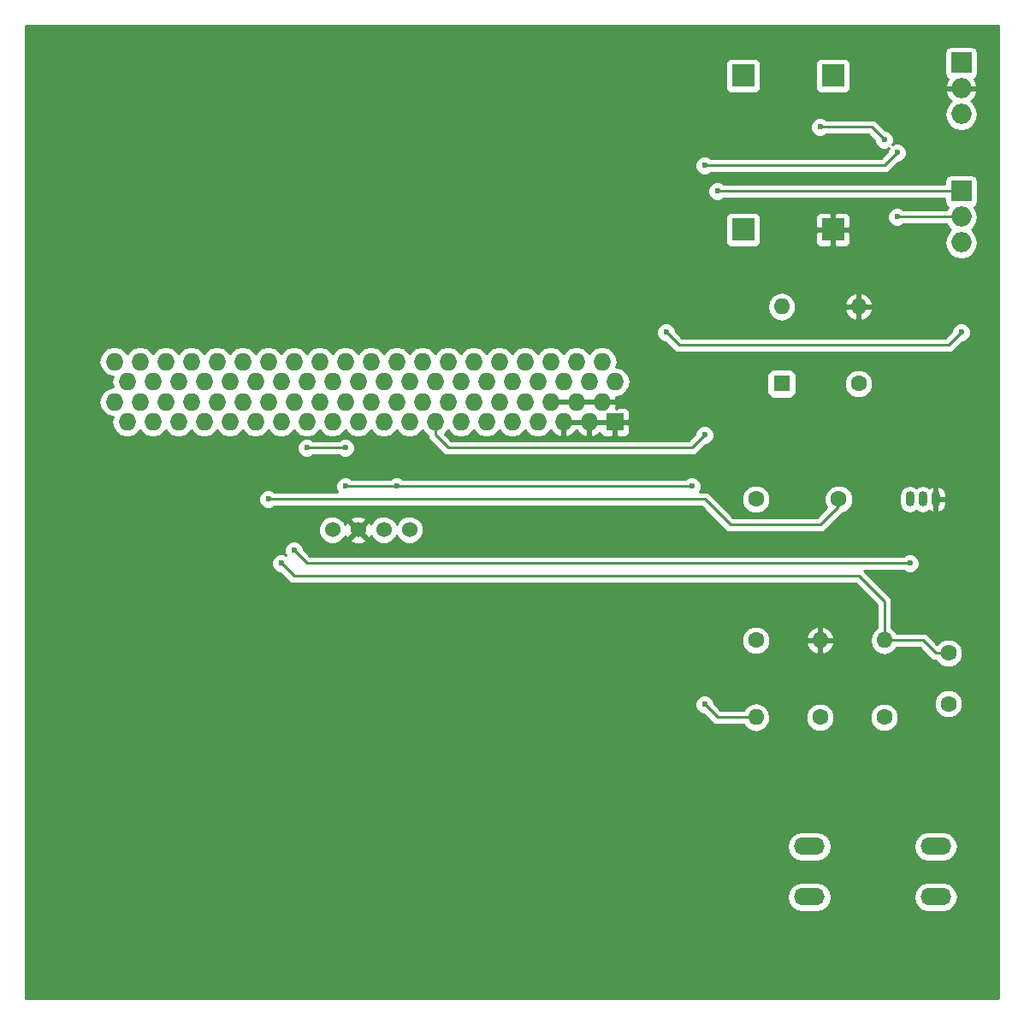
<source format=gbr>
G04 #@! TF.FileFunction,Copper,L2,Bot,Signal*
%FSLAX46Y46*%
G04 Gerber Fmt 4.6, Leading zero omitted, Abs format (unit mm)*
G04 Created by KiCad (PCBNEW 4.0.7) date Tuesday, 22 May 2018 'PMt' 14:30:25*
%MOMM*%
%LPD*%
G01*
G04 APERTURE LIST*
%ADD10C,0.100000*%
%ADD11C,1.524000*%
%ADD12O,0.899160X1.501140*%
%ADD13R,1.600000X1.600000*%
%ADD14O,1.600000X1.600000*%
%ADD15R,2.235200X2.235200*%
%ADD16C,1.600000*%
%ADD17O,3.048000X1.727200*%
%ADD18O,1.998980X1.998980*%
%ADD19R,1.998980X1.998980*%
%ADD20O,1.727200X1.727200*%
%ADD21R,1.727200X1.727200*%
%ADD22C,0.600000*%
%ADD23C,0.250000*%
%ADD24C,0.254000*%
G04 APERTURE END LIST*
D10*
D11*
X119380000Y-102108000D03*
X121920000Y-102108000D03*
X124460000Y-102108000D03*
X127000000Y-102108000D03*
D12*
X177800000Y-99060000D03*
X179070000Y-99060000D03*
X176530000Y-99060000D03*
D13*
X163830000Y-87630000D03*
D14*
X163830000Y-80010000D03*
D15*
X160020000Y-57150000D03*
X168910000Y-57150000D03*
X160020000Y-72390000D03*
X168910000Y-72390000D03*
D16*
X171450000Y-87630000D03*
D14*
X171450000Y-80010000D03*
D16*
X180340000Y-114300000D03*
X180340000Y-119300000D03*
X167640000Y-120650000D03*
D14*
X167640000Y-113030000D03*
D16*
X173990000Y-120650000D03*
D14*
X173990000Y-113030000D03*
D16*
X161290000Y-113030000D03*
D14*
X161290000Y-120650000D03*
D17*
X166570000Y-138430000D03*
X166570000Y-133430000D03*
X179070000Y-138430000D03*
X179070000Y-133430000D03*
D18*
X181610000Y-60960000D03*
D19*
X181610000Y-55880000D03*
D18*
X181610000Y-58420000D03*
X181610000Y-73660000D03*
D19*
X181610000Y-68580000D03*
D18*
X181610000Y-71120000D03*
D16*
X161290000Y-99060000D03*
X169490000Y-99060000D03*
D20*
X97790000Y-85440000D03*
X99060000Y-87440000D03*
X100330000Y-85440000D03*
X101600000Y-87440000D03*
X102870000Y-85440000D03*
X104140000Y-87440000D03*
X105410000Y-85440000D03*
X106680000Y-87440000D03*
X107950000Y-85440000D03*
X109220000Y-87440000D03*
X110490000Y-85440000D03*
X111760000Y-87440000D03*
X113030000Y-85440000D03*
X114300000Y-87440000D03*
X115570000Y-85440000D03*
X116840000Y-87440000D03*
X118110000Y-85440000D03*
X119380000Y-87440000D03*
X120650000Y-89440000D03*
X118110000Y-89440000D03*
X115570000Y-89440000D03*
X113030000Y-89440000D03*
X110490000Y-89440000D03*
X107950000Y-89440000D03*
X105410000Y-89440000D03*
X102870000Y-89440000D03*
X100330000Y-89440000D03*
X97790000Y-89440000D03*
X119380000Y-91440000D03*
X116840000Y-91440000D03*
X114300000Y-91440000D03*
X111760000Y-91440000D03*
X109220000Y-91440000D03*
X106680000Y-91440000D03*
X104140000Y-91440000D03*
X101600000Y-91440000D03*
X99060000Y-91440000D03*
X120650000Y-85440000D03*
X146050000Y-85440000D03*
X147320000Y-87440000D03*
X121920000Y-91440000D03*
X124460000Y-91440000D03*
X127000000Y-91440000D03*
X129540000Y-91440000D03*
X132080000Y-91440000D03*
X134620000Y-91440000D03*
X137160000Y-91440000D03*
X139700000Y-91440000D03*
X142240000Y-91440000D03*
X144780000Y-91440000D03*
X123190000Y-89440000D03*
X125730000Y-89440000D03*
X128270000Y-89440000D03*
X130810000Y-89440000D03*
X133350000Y-89440000D03*
X135890000Y-89440000D03*
X138430000Y-89440000D03*
X140970000Y-89440000D03*
X143510000Y-89440000D03*
X146050000Y-89440000D03*
D21*
X147320000Y-91440000D03*
D20*
X144780000Y-87440000D03*
X143510000Y-85440000D03*
X142240000Y-87440000D03*
X140970000Y-85440000D03*
X139700000Y-87440000D03*
X138430000Y-85440000D03*
X137160000Y-87440000D03*
X135890000Y-85440000D03*
X134620000Y-87440000D03*
X133350000Y-85440000D03*
X132080000Y-87440000D03*
X130810000Y-85440000D03*
X129540000Y-87440000D03*
X128270000Y-85440000D03*
X127000000Y-87440000D03*
X125730000Y-85440000D03*
X124460000Y-87440000D03*
X123190000Y-85440000D03*
X121920000Y-87440000D03*
D22*
X152400000Y-82550000D03*
X181610000Y-82550000D03*
X173990000Y-63500000D03*
X167640000Y-62230000D03*
X175260000Y-71120000D03*
X120650000Y-93980000D03*
X116840000Y-93980000D03*
X115570000Y-104140000D03*
X176530000Y-105410000D03*
X114300000Y-105410000D03*
X125730000Y-97790000D03*
X120650000Y-97790000D03*
X154940000Y-97790000D03*
X156210000Y-66040000D03*
X175260000Y-64770000D03*
X156210000Y-119380000D03*
X157480000Y-68580000D03*
X156210000Y-92710000D03*
X113030000Y-99060000D03*
D23*
X152400000Y-82550000D02*
X153670000Y-83820000D01*
X180340000Y-83820000D02*
X181610000Y-82550000D01*
X153670000Y-83820000D02*
X180340000Y-83820000D01*
X173990000Y-63500000D02*
X172720000Y-62230000D01*
X172720000Y-62230000D02*
X167640000Y-62230000D01*
X175260000Y-71120000D02*
X181610000Y-71120000D01*
X120650000Y-93980000D02*
X116840000Y-93980000D01*
X116840000Y-105410000D02*
X115570000Y-104140000D01*
X118110000Y-105410000D02*
X116840000Y-105410000D01*
X176530000Y-105410000D02*
X118110000Y-105410000D01*
X173990000Y-109220000D02*
X173990000Y-113030000D01*
X115570000Y-106680000D02*
X114300000Y-105410000D01*
X171450000Y-106680000D02*
X115570000Y-106680000D01*
X173990000Y-109220000D02*
X171450000Y-106680000D01*
X180340000Y-114300000D02*
X179070000Y-114300000D01*
X177800000Y-113030000D02*
X173990000Y-113030000D01*
X179070000Y-114300000D02*
X177800000Y-113030000D01*
X120650000Y-97790000D02*
X125730000Y-97790000D01*
X125730000Y-97790000D02*
X154940000Y-97790000D01*
X173990000Y-66040000D02*
X175260000Y-64770000D01*
X156210000Y-66040000D02*
X173990000Y-66040000D01*
X161290000Y-120650000D02*
X157480000Y-120650000D01*
X157480000Y-120650000D02*
X156210000Y-119380000D01*
X130810000Y-93980000D02*
X129540000Y-92710000D01*
X181610000Y-68580000D02*
X157480000Y-68580000D01*
X154940000Y-93980000D02*
X130810000Y-93980000D01*
X156210000Y-92710000D02*
X154940000Y-93980000D01*
X129540000Y-92710000D02*
X129540000Y-91440000D01*
X156210000Y-99060000D02*
X158750000Y-101600000D01*
X158750000Y-101600000D02*
X167640000Y-101600000D01*
X169490000Y-99750000D02*
X167640000Y-101600000D01*
X113030000Y-99060000D02*
X156210000Y-99060000D01*
X169490000Y-99750000D02*
X169490000Y-99060000D01*
D24*
G36*
X185293000Y-148463000D02*
X89027000Y-148463000D01*
X89027000Y-138430000D01*
X164368703Y-138430000D01*
X164482777Y-139003489D01*
X164807633Y-139489670D01*
X165293814Y-139814526D01*
X165867303Y-139928600D01*
X167272697Y-139928600D01*
X167846186Y-139814526D01*
X168332367Y-139489670D01*
X168657223Y-139003489D01*
X168771297Y-138430000D01*
X176868703Y-138430000D01*
X176982777Y-139003489D01*
X177307633Y-139489670D01*
X177793814Y-139814526D01*
X178367303Y-139928600D01*
X179772697Y-139928600D01*
X180346186Y-139814526D01*
X180832367Y-139489670D01*
X181157223Y-139003489D01*
X181271297Y-138430000D01*
X181157223Y-137856511D01*
X180832367Y-137370330D01*
X180346186Y-137045474D01*
X179772697Y-136931400D01*
X178367303Y-136931400D01*
X177793814Y-137045474D01*
X177307633Y-137370330D01*
X176982777Y-137856511D01*
X176868703Y-138430000D01*
X168771297Y-138430000D01*
X168657223Y-137856511D01*
X168332367Y-137370330D01*
X167846186Y-137045474D01*
X167272697Y-136931400D01*
X165867303Y-136931400D01*
X165293814Y-137045474D01*
X164807633Y-137370330D01*
X164482777Y-137856511D01*
X164368703Y-138430000D01*
X89027000Y-138430000D01*
X89027000Y-133430000D01*
X164368703Y-133430000D01*
X164482777Y-134003489D01*
X164807633Y-134489670D01*
X165293814Y-134814526D01*
X165867303Y-134928600D01*
X167272697Y-134928600D01*
X167846186Y-134814526D01*
X168332367Y-134489670D01*
X168657223Y-134003489D01*
X168771297Y-133430000D01*
X176868703Y-133430000D01*
X176982777Y-134003489D01*
X177307633Y-134489670D01*
X177793814Y-134814526D01*
X178367303Y-134928600D01*
X179772697Y-134928600D01*
X180346186Y-134814526D01*
X180832367Y-134489670D01*
X181157223Y-134003489D01*
X181271297Y-133430000D01*
X181157223Y-132856511D01*
X180832367Y-132370330D01*
X180346186Y-132045474D01*
X179772697Y-131931400D01*
X178367303Y-131931400D01*
X177793814Y-132045474D01*
X177307633Y-132370330D01*
X176982777Y-132856511D01*
X176868703Y-133430000D01*
X168771297Y-133430000D01*
X168657223Y-132856511D01*
X168332367Y-132370330D01*
X167846186Y-132045474D01*
X167272697Y-131931400D01*
X165867303Y-131931400D01*
X165293814Y-132045474D01*
X164807633Y-132370330D01*
X164482777Y-132856511D01*
X164368703Y-133430000D01*
X89027000Y-133430000D01*
X89027000Y-119565167D01*
X155274838Y-119565167D01*
X155416883Y-119908943D01*
X155679673Y-120172192D01*
X156023201Y-120314838D01*
X156070077Y-120314879D01*
X156942599Y-121187401D01*
X157189160Y-121352148D01*
X157480000Y-121410000D01*
X160086333Y-121410000D01*
X160275302Y-121692811D01*
X160740849Y-122003880D01*
X161290000Y-122113113D01*
X161839151Y-122003880D01*
X162304698Y-121692811D01*
X162615767Y-121227264D01*
X162674063Y-120934187D01*
X166204752Y-120934187D01*
X166422757Y-121461800D01*
X166826077Y-121865824D01*
X167353309Y-122084750D01*
X167924187Y-122085248D01*
X168451800Y-121867243D01*
X168855824Y-121463923D01*
X169074750Y-120936691D01*
X169074752Y-120934187D01*
X172554752Y-120934187D01*
X172772757Y-121461800D01*
X173176077Y-121865824D01*
X173703309Y-122084750D01*
X174274187Y-122085248D01*
X174801800Y-121867243D01*
X175205824Y-121463923D01*
X175424750Y-120936691D01*
X175425248Y-120365813D01*
X175207243Y-119838200D01*
X174953673Y-119584187D01*
X178904752Y-119584187D01*
X179122757Y-120111800D01*
X179526077Y-120515824D01*
X180053309Y-120734750D01*
X180624187Y-120735248D01*
X181151800Y-120517243D01*
X181555824Y-120113923D01*
X181774750Y-119586691D01*
X181775248Y-119015813D01*
X181557243Y-118488200D01*
X181153923Y-118084176D01*
X180626691Y-117865250D01*
X180055813Y-117864752D01*
X179528200Y-118082757D01*
X179124176Y-118486077D01*
X178905250Y-119013309D01*
X178904752Y-119584187D01*
X174953673Y-119584187D01*
X174803923Y-119434176D01*
X174276691Y-119215250D01*
X173705813Y-119214752D01*
X173178200Y-119432757D01*
X172774176Y-119836077D01*
X172555250Y-120363309D01*
X172554752Y-120934187D01*
X169074752Y-120934187D01*
X169075248Y-120365813D01*
X168857243Y-119838200D01*
X168453923Y-119434176D01*
X167926691Y-119215250D01*
X167355813Y-119214752D01*
X166828200Y-119432757D01*
X166424176Y-119836077D01*
X166205250Y-120363309D01*
X166204752Y-120934187D01*
X162674063Y-120934187D01*
X162725000Y-120678113D01*
X162725000Y-120621887D01*
X162615767Y-120072736D01*
X162304698Y-119607189D01*
X161839151Y-119296120D01*
X161290000Y-119186887D01*
X160740849Y-119296120D01*
X160275302Y-119607189D01*
X160086333Y-119890000D01*
X157794802Y-119890000D01*
X157145122Y-119240320D01*
X157145162Y-119194833D01*
X157003117Y-118851057D01*
X156740327Y-118587808D01*
X156396799Y-118445162D01*
X156024833Y-118444838D01*
X155681057Y-118586883D01*
X155417808Y-118849673D01*
X155275162Y-119193201D01*
X155274838Y-119565167D01*
X89027000Y-119565167D01*
X89027000Y-113314187D01*
X159854752Y-113314187D01*
X160072757Y-113841800D01*
X160476077Y-114245824D01*
X161003309Y-114464750D01*
X161574187Y-114465248D01*
X162101800Y-114247243D01*
X162505824Y-113843923D01*
X162698860Y-113379041D01*
X166248086Y-113379041D01*
X166487611Y-113885134D01*
X166902577Y-114261041D01*
X167290961Y-114421904D01*
X167513000Y-114299915D01*
X167513000Y-113157000D01*
X167767000Y-113157000D01*
X167767000Y-114299915D01*
X167989039Y-114421904D01*
X168377423Y-114261041D01*
X168792389Y-113885134D01*
X169031914Y-113379041D01*
X168910629Y-113157000D01*
X167767000Y-113157000D01*
X167513000Y-113157000D01*
X166369371Y-113157000D01*
X166248086Y-113379041D01*
X162698860Y-113379041D01*
X162724750Y-113316691D01*
X162725248Y-112745813D01*
X162698451Y-112680959D01*
X166248086Y-112680959D01*
X166369371Y-112903000D01*
X167513000Y-112903000D01*
X167513000Y-111760085D01*
X167767000Y-111760085D01*
X167767000Y-112903000D01*
X168910629Y-112903000D01*
X169031914Y-112680959D01*
X168792389Y-112174866D01*
X168377423Y-111798959D01*
X167989039Y-111638096D01*
X167767000Y-111760085D01*
X167513000Y-111760085D01*
X167290961Y-111638096D01*
X166902577Y-111798959D01*
X166487611Y-112174866D01*
X166248086Y-112680959D01*
X162698451Y-112680959D01*
X162507243Y-112218200D01*
X162103923Y-111814176D01*
X161576691Y-111595250D01*
X161005813Y-111594752D01*
X160478200Y-111812757D01*
X160074176Y-112216077D01*
X159855250Y-112743309D01*
X159854752Y-113314187D01*
X89027000Y-113314187D01*
X89027000Y-105595167D01*
X113364838Y-105595167D01*
X113506883Y-105938943D01*
X113769673Y-106202192D01*
X114113201Y-106344838D01*
X114160077Y-106344879D01*
X115032599Y-107217401D01*
X115279160Y-107382148D01*
X115570000Y-107440000D01*
X171135198Y-107440000D01*
X173230000Y-109534802D01*
X173230000Y-111817005D01*
X172975302Y-111987189D01*
X172664233Y-112452736D01*
X172555000Y-113001887D01*
X172555000Y-113058113D01*
X172664233Y-113607264D01*
X172975302Y-114072811D01*
X173440849Y-114383880D01*
X173990000Y-114493113D01*
X174539151Y-114383880D01*
X175004698Y-114072811D01*
X175193667Y-113790000D01*
X177485198Y-113790000D01*
X178532599Y-114837401D01*
X178779160Y-115002148D01*
X179070000Y-115060000D01*
X179101354Y-115060000D01*
X179122757Y-115111800D01*
X179526077Y-115515824D01*
X180053309Y-115734750D01*
X180624187Y-115735248D01*
X181151800Y-115517243D01*
X181555824Y-115113923D01*
X181774750Y-114586691D01*
X181775248Y-114015813D01*
X181557243Y-113488200D01*
X181153923Y-113084176D01*
X180626691Y-112865250D01*
X180055813Y-112864752D01*
X179528200Y-113082757D01*
X179227618Y-113382816D01*
X178337401Y-112492599D01*
X178090839Y-112327852D01*
X177800000Y-112270000D01*
X175193667Y-112270000D01*
X175004698Y-111987189D01*
X174750000Y-111817005D01*
X174750000Y-109220000D01*
X174692148Y-108929161D01*
X174692148Y-108929160D01*
X174527401Y-108682599D01*
X172014802Y-106170000D01*
X175967537Y-106170000D01*
X175999673Y-106202192D01*
X176343201Y-106344838D01*
X176715167Y-106345162D01*
X177058943Y-106203117D01*
X177322192Y-105940327D01*
X177464838Y-105596799D01*
X177465162Y-105224833D01*
X177323117Y-104881057D01*
X177060327Y-104617808D01*
X176716799Y-104475162D01*
X176344833Y-104474838D01*
X176001057Y-104616883D01*
X175967882Y-104650000D01*
X117154802Y-104650000D01*
X116505122Y-104000320D01*
X116505162Y-103954833D01*
X116363117Y-103611057D01*
X116100327Y-103347808D01*
X115756799Y-103205162D01*
X115384833Y-103204838D01*
X115041057Y-103346883D01*
X114777808Y-103609673D01*
X114635162Y-103953201D01*
X114634838Y-104325167D01*
X114740310Y-104580430D01*
X114486799Y-104475162D01*
X114114833Y-104474838D01*
X113771057Y-104616883D01*
X113507808Y-104879673D01*
X113365162Y-105223201D01*
X113364838Y-105595167D01*
X89027000Y-105595167D01*
X89027000Y-102384661D01*
X117982758Y-102384661D01*
X118194990Y-102898303D01*
X118587630Y-103291629D01*
X119100900Y-103504757D01*
X119656661Y-103505242D01*
X120170303Y-103293010D01*
X120375457Y-103088213D01*
X121119392Y-103088213D01*
X121188857Y-103330397D01*
X121712302Y-103517144D01*
X122267368Y-103489362D01*
X122651143Y-103330397D01*
X122720608Y-103088213D01*
X121920000Y-102287605D01*
X121119392Y-103088213D01*
X120375457Y-103088213D01*
X120563629Y-102900370D01*
X120643395Y-102708273D01*
X120697603Y-102839143D01*
X120939787Y-102908608D01*
X121740395Y-102108000D01*
X122099605Y-102108000D01*
X122900213Y-102908608D01*
X123142397Y-102839143D01*
X123192509Y-102698682D01*
X123274990Y-102898303D01*
X123667630Y-103291629D01*
X124180900Y-103504757D01*
X124736661Y-103505242D01*
X125250303Y-103293010D01*
X125643629Y-102900370D01*
X125729949Y-102692488D01*
X125814990Y-102898303D01*
X126207630Y-103291629D01*
X126720900Y-103504757D01*
X127276661Y-103505242D01*
X127790303Y-103293010D01*
X128183629Y-102900370D01*
X128396757Y-102387100D01*
X128397242Y-101831339D01*
X128185010Y-101317697D01*
X127792370Y-100924371D01*
X127279100Y-100711243D01*
X126723339Y-100710758D01*
X126209697Y-100922990D01*
X125816371Y-101315630D01*
X125730051Y-101523512D01*
X125645010Y-101317697D01*
X125252370Y-100924371D01*
X124739100Y-100711243D01*
X124183339Y-100710758D01*
X123669697Y-100922990D01*
X123276371Y-101315630D01*
X123196605Y-101507727D01*
X123142397Y-101376857D01*
X122900213Y-101307392D01*
X122099605Y-102108000D01*
X121740395Y-102108000D01*
X120939787Y-101307392D01*
X120697603Y-101376857D01*
X120647491Y-101517318D01*
X120565010Y-101317697D01*
X120375432Y-101127787D01*
X121119392Y-101127787D01*
X121920000Y-101928395D01*
X122720608Y-101127787D01*
X122651143Y-100885603D01*
X122127698Y-100698856D01*
X121572632Y-100726638D01*
X121188857Y-100885603D01*
X121119392Y-101127787D01*
X120375432Y-101127787D01*
X120172370Y-100924371D01*
X119659100Y-100711243D01*
X119103339Y-100710758D01*
X118589697Y-100922990D01*
X118196371Y-101315630D01*
X117983243Y-101828900D01*
X117982758Y-102384661D01*
X89027000Y-102384661D01*
X89027000Y-99245167D01*
X112094838Y-99245167D01*
X112236883Y-99588943D01*
X112499673Y-99852192D01*
X112843201Y-99994838D01*
X113215167Y-99995162D01*
X113558943Y-99853117D01*
X113592118Y-99820000D01*
X155895198Y-99820000D01*
X158212599Y-102137401D01*
X158459160Y-102302148D01*
X158507414Y-102311746D01*
X158750000Y-102360000D01*
X167640000Y-102360000D01*
X167930839Y-102302148D01*
X168177401Y-102137401D01*
X169851498Y-100463304D01*
X170301800Y-100277243D01*
X170705824Y-99873923D01*
X170924750Y-99346691D01*
X170925248Y-98775813D01*
X170907090Y-98731865D01*
X175445420Y-98731865D01*
X175445420Y-99388135D01*
X175527979Y-99803186D01*
X175763086Y-100155049D01*
X176114949Y-100390156D01*
X176530000Y-100472715D01*
X176945051Y-100390156D01*
X177165000Y-100243191D01*
X177384949Y-100390156D01*
X177800000Y-100472715D01*
X178215051Y-100390156D01*
X178439238Y-100240359D01*
X178776065Y-100404981D01*
X178943000Y-100278068D01*
X178943000Y-99187000D01*
X179197000Y-99187000D01*
X179197000Y-100278068D01*
X179363935Y-100404981D01*
X179747111Y-100217706D01*
X180023420Y-99893373D01*
X180154580Y-99487990D01*
X180154580Y-99187000D01*
X179197000Y-99187000D01*
X178943000Y-99187000D01*
X178923000Y-99187000D01*
X178923000Y-98933000D01*
X178943000Y-98933000D01*
X178943000Y-97841932D01*
X179197000Y-97841932D01*
X179197000Y-98933000D01*
X180154580Y-98933000D01*
X180154580Y-98632010D01*
X180023420Y-98226627D01*
X179747111Y-97902294D01*
X179363935Y-97715019D01*
X179197000Y-97841932D01*
X178943000Y-97841932D01*
X178776065Y-97715019D01*
X178439238Y-97879641D01*
X178215051Y-97729844D01*
X177800000Y-97647285D01*
X177384949Y-97729844D01*
X177165000Y-97876809D01*
X176945051Y-97729844D01*
X176530000Y-97647285D01*
X176114949Y-97729844D01*
X175763086Y-97964951D01*
X175527979Y-98316814D01*
X175445420Y-98731865D01*
X170907090Y-98731865D01*
X170707243Y-98248200D01*
X170303923Y-97844176D01*
X169776691Y-97625250D01*
X169205813Y-97624752D01*
X168678200Y-97842757D01*
X168274176Y-98246077D01*
X168055250Y-98773309D01*
X168054752Y-99344187D01*
X168272757Y-99871800D01*
X168283069Y-99882129D01*
X167325198Y-100840000D01*
X159064802Y-100840000D01*
X157568989Y-99344187D01*
X159854752Y-99344187D01*
X160072757Y-99871800D01*
X160476077Y-100275824D01*
X161003309Y-100494750D01*
X161574187Y-100495248D01*
X162101800Y-100277243D01*
X162505824Y-99873923D01*
X162724750Y-99346691D01*
X162725248Y-98775813D01*
X162507243Y-98248200D01*
X162103923Y-97844176D01*
X161576691Y-97625250D01*
X161005813Y-97624752D01*
X160478200Y-97842757D01*
X160074176Y-98246077D01*
X159855250Y-98773309D01*
X159854752Y-99344187D01*
X157568989Y-99344187D01*
X156747401Y-98522599D01*
X156500839Y-98357852D01*
X156210000Y-98300000D01*
X155740633Y-98300000D01*
X155874838Y-97976799D01*
X155875162Y-97604833D01*
X155733117Y-97261057D01*
X155470327Y-96997808D01*
X155126799Y-96855162D01*
X154754833Y-96854838D01*
X154411057Y-96996883D01*
X154377882Y-97030000D01*
X126292463Y-97030000D01*
X126260327Y-96997808D01*
X125916799Y-96855162D01*
X125544833Y-96854838D01*
X125201057Y-96996883D01*
X125167882Y-97030000D01*
X121212463Y-97030000D01*
X121180327Y-96997808D01*
X120836799Y-96855162D01*
X120464833Y-96854838D01*
X120121057Y-96996883D01*
X119857808Y-97259673D01*
X119715162Y-97603201D01*
X119714838Y-97975167D01*
X119849056Y-98300000D01*
X113592463Y-98300000D01*
X113560327Y-98267808D01*
X113216799Y-98125162D01*
X112844833Y-98124838D01*
X112501057Y-98266883D01*
X112237808Y-98529673D01*
X112095162Y-98873201D01*
X112094838Y-99245167D01*
X89027000Y-99245167D01*
X89027000Y-94165167D01*
X115904838Y-94165167D01*
X116046883Y-94508943D01*
X116309673Y-94772192D01*
X116653201Y-94914838D01*
X117025167Y-94915162D01*
X117368943Y-94773117D01*
X117402118Y-94740000D01*
X120087537Y-94740000D01*
X120119673Y-94772192D01*
X120463201Y-94914838D01*
X120835167Y-94915162D01*
X121178943Y-94773117D01*
X121442192Y-94510327D01*
X121584838Y-94166799D01*
X121585162Y-93794833D01*
X121443117Y-93451057D01*
X121180327Y-93187808D01*
X120836799Y-93045162D01*
X120464833Y-93044838D01*
X120121057Y-93186883D01*
X120087882Y-93220000D01*
X117402463Y-93220000D01*
X117370327Y-93187808D01*
X117026799Y-93045162D01*
X116654833Y-93044838D01*
X116311057Y-93186883D01*
X116047808Y-93449673D01*
X115905162Y-93793201D01*
X115904838Y-94165167D01*
X89027000Y-94165167D01*
X89027000Y-85440000D01*
X96262041Y-85440000D01*
X96376115Y-86013489D01*
X96700971Y-86499670D01*
X97187152Y-86824526D01*
X97636680Y-86913943D01*
X97532041Y-87440000D01*
X97636680Y-87966057D01*
X97187152Y-88055474D01*
X96700971Y-88380330D01*
X96376115Y-88866511D01*
X96262041Y-89440000D01*
X96376115Y-90013489D01*
X96700971Y-90499670D01*
X97187152Y-90824526D01*
X97636680Y-90913943D01*
X97532041Y-91440000D01*
X97646115Y-92013489D01*
X97970971Y-92499670D01*
X98457152Y-92824526D01*
X99030641Y-92938600D01*
X99089359Y-92938600D01*
X99662848Y-92824526D01*
X100149029Y-92499670D01*
X100330000Y-92228828D01*
X100510971Y-92499670D01*
X100997152Y-92824526D01*
X101570641Y-92938600D01*
X101629359Y-92938600D01*
X102202848Y-92824526D01*
X102689029Y-92499670D01*
X102870000Y-92228828D01*
X103050971Y-92499670D01*
X103537152Y-92824526D01*
X104110641Y-92938600D01*
X104169359Y-92938600D01*
X104742848Y-92824526D01*
X105229029Y-92499670D01*
X105410000Y-92228828D01*
X105590971Y-92499670D01*
X106077152Y-92824526D01*
X106650641Y-92938600D01*
X106709359Y-92938600D01*
X107282848Y-92824526D01*
X107769029Y-92499670D01*
X107950000Y-92228828D01*
X108130971Y-92499670D01*
X108617152Y-92824526D01*
X109190641Y-92938600D01*
X109249359Y-92938600D01*
X109822848Y-92824526D01*
X110309029Y-92499670D01*
X110490000Y-92228828D01*
X110670971Y-92499670D01*
X111157152Y-92824526D01*
X111730641Y-92938600D01*
X111789359Y-92938600D01*
X112362848Y-92824526D01*
X112849029Y-92499670D01*
X113030000Y-92228828D01*
X113210971Y-92499670D01*
X113697152Y-92824526D01*
X114270641Y-92938600D01*
X114329359Y-92938600D01*
X114902848Y-92824526D01*
X115389029Y-92499670D01*
X115570000Y-92228828D01*
X115750971Y-92499670D01*
X116237152Y-92824526D01*
X116810641Y-92938600D01*
X116869359Y-92938600D01*
X117442848Y-92824526D01*
X117929029Y-92499670D01*
X118110000Y-92228828D01*
X118290971Y-92499670D01*
X118777152Y-92824526D01*
X119350641Y-92938600D01*
X119409359Y-92938600D01*
X119982848Y-92824526D01*
X120469029Y-92499670D01*
X120650000Y-92228828D01*
X120830971Y-92499670D01*
X121317152Y-92824526D01*
X121890641Y-92938600D01*
X121949359Y-92938600D01*
X122522848Y-92824526D01*
X123009029Y-92499670D01*
X123190000Y-92228828D01*
X123370971Y-92499670D01*
X123857152Y-92824526D01*
X124430641Y-92938600D01*
X124489359Y-92938600D01*
X125062848Y-92824526D01*
X125549029Y-92499670D01*
X125730000Y-92228828D01*
X125910971Y-92499670D01*
X126397152Y-92824526D01*
X126970641Y-92938600D01*
X127029359Y-92938600D01*
X127602848Y-92824526D01*
X128089029Y-92499670D01*
X128270000Y-92228828D01*
X128450971Y-92499670D01*
X128782184Y-92720980D01*
X128837852Y-93000839D01*
X129002599Y-93247401D01*
X130272599Y-94517401D01*
X130519160Y-94682148D01*
X130810000Y-94740000D01*
X154940000Y-94740000D01*
X155230839Y-94682148D01*
X155477401Y-94517401D01*
X156349680Y-93645122D01*
X156395167Y-93645162D01*
X156738943Y-93503117D01*
X157002192Y-93240327D01*
X157144838Y-92896799D01*
X157145162Y-92524833D01*
X157003117Y-92181057D01*
X156740327Y-91917808D01*
X156396799Y-91775162D01*
X156024833Y-91774838D01*
X155681057Y-91916883D01*
X155417808Y-92179673D01*
X155275162Y-92523201D01*
X155275121Y-92570077D01*
X154625198Y-93220000D01*
X131124802Y-93220000D01*
X130494417Y-92589615D01*
X130629029Y-92499670D01*
X130810000Y-92228828D01*
X130990971Y-92499670D01*
X131477152Y-92824526D01*
X132050641Y-92938600D01*
X132109359Y-92938600D01*
X132682848Y-92824526D01*
X133169029Y-92499670D01*
X133350000Y-92228828D01*
X133530971Y-92499670D01*
X134017152Y-92824526D01*
X134590641Y-92938600D01*
X134649359Y-92938600D01*
X135222848Y-92824526D01*
X135709029Y-92499670D01*
X135890000Y-92228828D01*
X136070971Y-92499670D01*
X136557152Y-92824526D01*
X137130641Y-92938600D01*
X137189359Y-92938600D01*
X137762848Y-92824526D01*
X138249029Y-92499670D01*
X138430000Y-92228828D01*
X138610971Y-92499670D01*
X139097152Y-92824526D01*
X139670641Y-92938600D01*
X139729359Y-92938600D01*
X140302848Y-92824526D01*
X140789029Y-92499670D01*
X140969992Y-92228839D01*
X141351510Y-92646821D01*
X141880973Y-92894968D01*
X142113000Y-92774469D01*
X142113000Y-91567000D01*
X142367000Y-91567000D01*
X142367000Y-92774469D01*
X142599027Y-92894968D01*
X143128490Y-92646821D01*
X143510000Y-92228848D01*
X143891510Y-92646821D01*
X144420973Y-92894968D01*
X144653000Y-92774469D01*
X144653000Y-91567000D01*
X144907000Y-91567000D01*
X144907000Y-92774469D01*
X145139027Y-92894968D01*
X145668490Y-92646821D01*
X145835471Y-92463881D01*
X145918073Y-92663299D01*
X146096702Y-92841927D01*
X146330091Y-92938600D01*
X147034250Y-92938600D01*
X147193000Y-92779850D01*
X147193000Y-91567000D01*
X147447000Y-91567000D01*
X147447000Y-92779850D01*
X147605750Y-92938600D01*
X148309909Y-92938600D01*
X148543298Y-92841927D01*
X148721927Y-92663299D01*
X148818600Y-92429910D01*
X148818600Y-91725750D01*
X148659850Y-91567000D01*
X147447000Y-91567000D01*
X147193000Y-91567000D01*
X144907000Y-91567000D01*
X144653000Y-91567000D01*
X142367000Y-91567000D01*
X142113000Y-91567000D01*
X142093000Y-91567000D01*
X142093000Y-91313000D01*
X142113000Y-91313000D01*
X142113000Y-91293000D01*
X142367000Y-91293000D01*
X142367000Y-91313000D01*
X144653000Y-91313000D01*
X144653000Y-91293000D01*
X144907000Y-91293000D01*
X144907000Y-91313000D01*
X147193000Y-91313000D01*
X147193000Y-91293000D01*
X147447000Y-91293000D01*
X147447000Y-91313000D01*
X148659850Y-91313000D01*
X148818600Y-91154250D01*
X148818600Y-90450090D01*
X148721927Y-90216701D01*
X148543298Y-90038073D01*
X148309909Y-89941400D01*
X147605750Y-89941400D01*
X147447002Y-90100148D01*
X147447002Y-89941400D01*
X147445988Y-89941400D01*
X147504958Y-89799026D01*
X147383817Y-89567000D01*
X146177000Y-89567000D01*
X146177000Y-89587000D01*
X145923000Y-89587000D01*
X145923000Y-89567000D01*
X143637000Y-89567000D01*
X143637000Y-89587000D01*
X143383000Y-89587000D01*
X143383000Y-89567000D01*
X141097000Y-89567000D01*
X141097000Y-89587000D01*
X140843000Y-89587000D01*
X140843000Y-89567000D01*
X140823000Y-89567000D01*
X140823000Y-89313000D01*
X140843000Y-89313000D01*
X140843000Y-89293000D01*
X141097000Y-89293000D01*
X141097000Y-89313000D01*
X143383000Y-89313000D01*
X143383000Y-89293000D01*
X143637000Y-89293000D01*
X143637000Y-89313000D01*
X145923000Y-89313000D01*
X145923000Y-89293000D01*
X146177000Y-89293000D01*
X146177000Y-89313000D01*
X147383817Y-89313000D01*
X147504958Y-89080974D01*
X147438633Y-88920842D01*
X147922848Y-88824526D01*
X148409029Y-88499670D01*
X148733885Y-88013489D01*
X148847959Y-87440000D01*
X148733885Y-86866511D01*
X148709490Y-86830000D01*
X162382560Y-86830000D01*
X162382560Y-88430000D01*
X162426838Y-88665317D01*
X162565910Y-88881441D01*
X162778110Y-89026431D01*
X163030000Y-89077440D01*
X164630000Y-89077440D01*
X164865317Y-89033162D01*
X165081441Y-88894090D01*
X165226431Y-88681890D01*
X165277440Y-88430000D01*
X165277440Y-87914187D01*
X170014752Y-87914187D01*
X170232757Y-88441800D01*
X170636077Y-88845824D01*
X171163309Y-89064750D01*
X171734187Y-89065248D01*
X172261800Y-88847243D01*
X172665824Y-88443923D01*
X172884750Y-87916691D01*
X172885248Y-87345813D01*
X172667243Y-86818200D01*
X172263923Y-86414176D01*
X171736691Y-86195250D01*
X171165813Y-86194752D01*
X170638200Y-86412757D01*
X170234176Y-86816077D01*
X170015250Y-87343309D01*
X170014752Y-87914187D01*
X165277440Y-87914187D01*
X165277440Y-86830000D01*
X165233162Y-86594683D01*
X165094090Y-86378559D01*
X164881890Y-86233569D01*
X164630000Y-86182560D01*
X163030000Y-86182560D01*
X162794683Y-86226838D01*
X162578559Y-86365910D01*
X162433569Y-86578110D01*
X162382560Y-86830000D01*
X148709490Y-86830000D01*
X148409029Y-86380330D01*
X147922848Y-86055474D01*
X147473320Y-85966057D01*
X147577959Y-85440000D01*
X147463885Y-84866511D01*
X147139029Y-84380330D01*
X146652848Y-84055474D01*
X146079359Y-83941400D01*
X146020641Y-83941400D01*
X145447152Y-84055474D01*
X144960971Y-84380330D01*
X144780000Y-84651172D01*
X144599029Y-84380330D01*
X144112848Y-84055474D01*
X143539359Y-83941400D01*
X143480641Y-83941400D01*
X142907152Y-84055474D01*
X142420971Y-84380330D01*
X142240000Y-84651172D01*
X142059029Y-84380330D01*
X141572848Y-84055474D01*
X140999359Y-83941400D01*
X140940641Y-83941400D01*
X140367152Y-84055474D01*
X139880971Y-84380330D01*
X139700000Y-84651172D01*
X139519029Y-84380330D01*
X139032848Y-84055474D01*
X138459359Y-83941400D01*
X138400641Y-83941400D01*
X137827152Y-84055474D01*
X137340971Y-84380330D01*
X137160000Y-84651172D01*
X136979029Y-84380330D01*
X136492848Y-84055474D01*
X135919359Y-83941400D01*
X135860641Y-83941400D01*
X135287152Y-84055474D01*
X134800971Y-84380330D01*
X134620000Y-84651172D01*
X134439029Y-84380330D01*
X133952848Y-84055474D01*
X133379359Y-83941400D01*
X133320641Y-83941400D01*
X132747152Y-84055474D01*
X132260971Y-84380330D01*
X132080000Y-84651172D01*
X131899029Y-84380330D01*
X131412848Y-84055474D01*
X130839359Y-83941400D01*
X130780641Y-83941400D01*
X130207152Y-84055474D01*
X129720971Y-84380330D01*
X129540000Y-84651172D01*
X129359029Y-84380330D01*
X128872848Y-84055474D01*
X128299359Y-83941400D01*
X128240641Y-83941400D01*
X127667152Y-84055474D01*
X127180971Y-84380330D01*
X127000000Y-84651172D01*
X126819029Y-84380330D01*
X126332848Y-84055474D01*
X125759359Y-83941400D01*
X125700641Y-83941400D01*
X125127152Y-84055474D01*
X124640971Y-84380330D01*
X124460000Y-84651172D01*
X124279029Y-84380330D01*
X123792848Y-84055474D01*
X123219359Y-83941400D01*
X123160641Y-83941400D01*
X122587152Y-84055474D01*
X122100971Y-84380330D01*
X121920000Y-84651172D01*
X121739029Y-84380330D01*
X121252848Y-84055474D01*
X120679359Y-83941400D01*
X120620641Y-83941400D01*
X120047152Y-84055474D01*
X119560971Y-84380330D01*
X119380000Y-84651172D01*
X119199029Y-84380330D01*
X118712848Y-84055474D01*
X118139359Y-83941400D01*
X118080641Y-83941400D01*
X117507152Y-84055474D01*
X117020971Y-84380330D01*
X116840000Y-84651172D01*
X116659029Y-84380330D01*
X116172848Y-84055474D01*
X115599359Y-83941400D01*
X115540641Y-83941400D01*
X114967152Y-84055474D01*
X114480971Y-84380330D01*
X114300000Y-84651172D01*
X114119029Y-84380330D01*
X113632848Y-84055474D01*
X113059359Y-83941400D01*
X113000641Y-83941400D01*
X112427152Y-84055474D01*
X111940971Y-84380330D01*
X111760000Y-84651172D01*
X111579029Y-84380330D01*
X111092848Y-84055474D01*
X110519359Y-83941400D01*
X110460641Y-83941400D01*
X109887152Y-84055474D01*
X109400971Y-84380330D01*
X109220000Y-84651172D01*
X109039029Y-84380330D01*
X108552848Y-84055474D01*
X107979359Y-83941400D01*
X107920641Y-83941400D01*
X107347152Y-84055474D01*
X106860971Y-84380330D01*
X106680000Y-84651172D01*
X106499029Y-84380330D01*
X106012848Y-84055474D01*
X105439359Y-83941400D01*
X105380641Y-83941400D01*
X104807152Y-84055474D01*
X104320971Y-84380330D01*
X104140000Y-84651172D01*
X103959029Y-84380330D01*
X103472848Y-84055474D01*
X102899359Y-83941400D01*
X102840641Y-83941400D01*
X102267152Y-84055474D01*
X101780971Y-84380330D01*
X101600000Y-84651172D01*
X101419029Y-84380330D01*
X100932848Y-84055474D01*
X100359359Y-83941400D01*
X100300641Y-83941400D01*
X99727152Y-84055474D01*
X99240971Y-84380330D01*
X99060000Y-84651172D01*
X98879029Y-84380330D01*
X98392848Y-84055474D01*
X97819359Y-83941400D01*
X97760641Y-83941400D01*
X97187152Y-84055474D01*
X96700971Y-84380330D01*
X96376115Y-84866511D01*
X96262041Y-85440000D01*
X89027000Y-85440000D01*
X89027000Y-82735167D01*
X151464838Y-82735167D01*
X151606883Y-83078943D01*
X151869673Y-83342192D01*
X152213201Y-83484838D01*
X152260077Y-83484879D01*
X153132599Y-84357401D01*
X153379160Y-84522148D01*
X153670000Y-84580000D01*
X180340000Y-84580000D01*
X180630839Y-84522148D01*
X180877401Y-84357401D01*
X181749680Y-83485122D01*
X181795167Y-83485162D01*
X182138943Y-83343117D01*
X182402192Y-83080327D01*
X182544838Y-82736799D01*
X182545162Y-82364833D01*
X182403117Y-82021057D01*
X182140327Y-81757808D01*
X181796799Y-81615162D01*
X181424833Y-81614838D01*
X181081057Y-81756883D01*
X180817808Y-82019673D01*
X180675162Y-82363201D01*
X180675121Y-82410077D01*
X180025198Y-83060000D01*
X153984802Y-83060000D01*
X153335122Y-82410320D01*
X153335162Y-82364833D01*
X153193117Y-82021057D01*
X152930327Y-81757808D01*
X152586799Y-81615162D01*
X152214833Y-81614838D01*
X151871057Y-81756883D01*
X151607808Y-82019673D01*
X151465162Y-82363201D01*
X151464838Y-82735167D01*
X89027000Y-82735167D01*
X89027000Y-79981887D01*
X162395000Y-79981887D01*
X162395000Y-80038113D01*
X162504233Y-80587264D01*
X162815302Y-81052811D01*
X163280849Y-81363880D01*
X163830000Y-81473113D01*
X164379151Y-81363880D01*
X164844698Y-81052811D01*
X165155767Y-80587264D01*
X165201163Y-80359041D01*
X170058086Y-80359041D01*
X170297611Y-80865134D01*
X170712577Y-81241041D01*
X171100961Y-81401904D01*
X171323000Y-81279915D01*
X171323000Y-80137000D01*
X171577000Y-80137000D01*
X171577000Y-81279915D01*
X171799039Y-81401904D01*
X172187423Y-81241041D01*
X172602389Y-80865134D01*
X172841914Y-80359041D01*
X172720629Y-80137000D01*
X171577000Y-80137000D01*
X171323000Y-80137000D01*
X170179371Y-80137000D01*
X170058086Y-80359041D01*
X165201163Y-80359041D01*
X165265000Y-80038113D01*
X165265000Y-79981887D01*
X165201164Y-79660959D01*
X170058086Y-79660959D01*
X170179371Y-79883000D01*
X171323000Y-79883000D01*
X171323000Y-78740085D01*
X171577000Y-78740085D01*
X171577000Y-79883000D01*
X172720629Y-79883000D01*
X172841914Y-79660959D01*
X172602389Y-79154866D01*
X172187423Y-78778959D01*
X171799039Y-78618096D01*
X171577000Y-78740085D01*
X171323000Y-78740085D01*
X171100961Y-78618096D01*
X170712577Y-78778959D01*
X170297611Y-79154866D01*
X170058086Y-79660959D01*
X165201164Y-79660959D01*
X165155767Y-79432736D01*
X164844698Y-78967189D01*
X164379151Y-78656120D01*
X163830000Y-78546887D01*
X163280849Y-78656120D01*
X162815302Y-78967189D01*
X162504233Y-79432736D01*
X162395000Y-79981887D01*
X89027000Y-79981887D01*
X89027000Y-71272400D01*
X158254960Y-71272400D01*
X158254960Y-73507600D01*
X158299238Y-73742917D01*
X158438310Y-73959041D01*
X158650510Y-74104031D01*
X158902400Y-74155040D01*
X161137600Y-74155040D01*
X161372917Y-74110762D01*
X161589041Y-73971690D01*
X161734031Y-73759490D01*
X161785040Y-73507600D01*
X161785040Y-72675750D01*
X167157400Y-72675750D01*
X167157400Y-73633910D01*
X167254073Y-73867299D01*
X167432702Y-74045927D01*
X167666091Y-74142600D01*
X168624250Y-74142600D01*
X168783000Y-73983850D01*
X168783000Y-72517000D01*
X169037000Y-72517000D01*
X169037000Y-73983850D01*
X169195750Y-74142600D01*
X170153909Y-74142600D01*
X170387298Y-74045927D01*
X170565927Y-73867299D01*
X170662600Y-73633910D01*
X170662600Y-72675750D01*
X170503850Y-72517000D01*
X169037000Y-72517000D01*
X168783000Y-72517000D01*
X167316150Y-72517000D01*
X167157400Y-72675750D01*
X161785040Y-72675750D01*
X161785040Y-71272400D01*
X161761274Y-71146090D01*
X167157400Y-71146090D01*
X167157400Y-72104250D01*
X167316150Y-72263000D01*
X168783000Y-72263000D01*
X168783000Y-70796150D01*
X169037000Y-70796150D01*
X169037000Y-72263000D01*
X170503850Y-72263000D01*
X170662600Y-72104250D01*
X170662600Y-71146090D01*
X170565927Y-70912701D01*
X170387298Y-70734073D01*
X170153909Y-70637400D01*
X169195750Y-70637400D01*
X169037000Y-70796150D01*
X168783000Y-70796150D01*
X168624250Y-70637400D01*
X167666091Y-70637400D01*
X167432702Y-70734073D01*
X167254073Y-70912701D01*
X167157400Y-71146090D01*
X161761274Y-71146090D01*
X161740762Y-71037083D01*
X161601690Y-70820959D01*
X161389490Y-70675969D01*
X161137600Y-70624960D01*
X158902400Y-70624960D01*
X158667083Y-70669238D01*
X158450959Y-70808310D01*
X158305969Y-71020510D01*
X158254960Y-71272400D01*
X89027000Y-71272400D01*
X89027000Y-68765167D01*
X156544838Y-68765167D01*
X156686883Y-69108943D01*
X156949673Y-69372192D01*
X157293201Y-69514838D01*
X157665167Y-69515162D01*
X158008943Y-69373117D01*
X158042118Y-69340000D01*
X179963070Y-69340000D01*
X179963070Y-69579490D01*
X180007348Y-69814807D01*
X180146420Y-70030931D01*
X180312473Y-70144390D01*
X180168407Y-70360000D01*
X175822463Y-70360000D01*
X175790327Y-70327808D01*
X175446799Y-70185162D01*
X175074833Y-70184838D01*
X174731057Y-70326883D01*
X174467808Y-70589673D01*
X174325162Y-70933201D01*
X174324838Y-71305167D01*
X174466883Y-71648943D01*
X174729673Y-71912192D01*
X175073201Y-72054838D01*
X175445167Y-72055162D01*
X175788943Y-71913117D01*
X175822118Y-71880000D01*
X180168407Y-71880000D01*
X180454241Y-72307781D01*
X180577290Y-72390000D01*
X180454241Y-72472219D01*
X180099928Y-73002486D01*
X179975510Y-73627978D01*
X179975510Y-73692022D01*
X180099928Y-74317514D01*
X180454241Y-74847781D01*
X180984508Y-75202094D01*
X181610000Y-75326512D01*
X182235492Y-75202094D01*
X182765759Y-74847781D01*
X183120072Y-74317514D01*
X183244490Y-73692022D01*
X183244490Y-73627978D01*
X183120072Y-73002486D01*
X182765759Y-72472219D01*
X182642710Y-72390000D01*
X182765759Y-72307781D01*
X183120072Y-71777514D01*
X183244490Y-71152022D01*
X183244490Y-71087978D01*
X183120072Y-70462486D01*
X182906547Y-70142923D01*
X183060931Y-70043580D01*
X183205921Y-69831380D01*
X183256930Y-69579490D01*
X183256930Y-67580510D01*
X183212652Y-67345193D01*
X183073580Y-67129069D01*
X182861380Y-66984079D01*
X182609490Y-66933070D01*
X180610510Y-66933070D01*
X180375193Y-66977348D01*
X180159069Y-67116420D01*
X180014079Y-67328620D01*
X179963070Y-67580510D01*
X179963070Y-67820000D01*
X158042463Y-67820000D01*
X158010327Y-67787808D01*
X157666799Y-67645162D01*
X157294833Y-67644838D01*
X156951057Y-67786883D01*
X156687808Y-68049673D01*
X156545162Y-68393201D01*
X156544838Y-68765167D01*
X89027000Y-68765167D01*
X89027000Y-66225167D01*
X155274838Y-66225167D01*
X155416883Y-66568943D01*
X155679673Y-66832192D01*
X156023201Y-66974838D01*
X156395167Y-66975162D01*
X156738943Y-66833117D01*
X156772118Y-66800000D01*
X173990000Y-66800000D01*
X174280839Y-66742148D01*
X174527401Y-66577401D01*
X175399680Y-65705122D01*
X175445167Y-65705162D01*
X175788943Y-65563117D01*
X176052192Y-65300327D01*
X176194838Y-64956799D01*
X176195162Y-64584833D01*
X176053117Y-64241057D01*
X175790327Y-63977808D01*
X175446799Y-63835162D01*
X175074833Y-63834838D01*
X174819570Y-63940310D01*
X174924838Y-63686799D01*
X174925162Y-63314833D01*
X174783117Y-62971057D01*
X174520327Y-62707808D01*
X174176799Y-62565162D01*
X174129923Y-62565121D01*
X173257401Y-61692599D01*
X173010839Y-61527852D01*
X172720000Y-61470000D01*
X168202463Y-61470000D01*
X168170327Y-61437808D01*
X167826799Y-61295162D01*
X167454833Y-61294838D01*
X167111057Y-61436883D01*
X166847808Y-61699673D01*
X166705162Y-62043201D01*
X166704838Y-62415167D01*
X166846883Y-62758943D01*
X167109673Y-63022192D01*
X167453201Y-63164838D01*
X167825167Y-63165162D01*
X168168943Y-63023117D01*
X168202118Y-62990000D01*
X172405198Y-62990000D01*
X173054878Y-63639680D01*
X173054838Y-63685167D01*
X173196883Y-64028943D01*
X173459673Y-64292192D01*
X173803201Y-64434838D01*
X174175167Y-64435162D01*
X174430430Y-64329690D01*
X174325162Y-64583201D01*
X174325121Y-64630077D01*
X173675198Y-65280000D01*
X156772463Y-65280000D01*
X156740327Y-65247808D01*
X156396799Y-65105162D01*
X156024833Y-65104838D01*
X155681057Y-65246883D01*
X155417808Y-65509673D01*
X155275162Y-65853201D01*
X155274838Y-66225167D01*
X89027000Y-66225167D01*
X89027000Y-60927978D01*
X179975510Y-60927978D01*
X179975510Y-60992022D01*
X180099928Y-61617514D01*
X180454241Y-62147781D01*
X180984508Y-62502094D01*
X181610000Y-62626512D01*
X182235492Y-62502094D01*
X182765759Y-62147781D01*
X183120072Y-61617514D01*
X183244490Y-60992022D01*
X183244490Y-60927978D01*
X183120072Y-60302486D01*
X182765759Y-59772219D01*
X182616700Y-59672621D01*
X182933068Y-59379726D01*
X183199627Y-58800355D01*
X183080807Y-58547000D01*
X181737000Y-58547000D01*
X181737000Y-58567000D01*
X181483000Y-58567000D01*
X181483000Y-58547000D01*
X180139193Y-58547000D01*
X180020373Y-58800355D01*
X180286932Y-59379726D01*
X180603300Y-59672621D01*
X180454241Y-59772219D01*
X180099928Y-60302486D01*
X179975510Y-60927978D01*
X89027000Y-60927978D01*
X89027000Y-56032400D01*
X158254960Y-56032400D01*
X158254960Y-58267600D01*
X158299238Y-58502917D01*
X158438310Y-58719041D01*
X158650510Y-58864031D01*
X158902400Y-58915040D01*
X161137600Y-58915040D01*
X161372917Y-58870762D01*
X161589041Y-58731690D01*
X161734031Y-58519490D01*
X161785040Y-58267600D01*
X161785040Y-56032400D01*
X167144960Y-56032400D01*
X167144960Y-58267600D01*
X167189238Y-58502917D01*
X167328310Y-58719041D01*
X167540510Y-58864031D01*
X167792400Y-58915040D01*
X170027600Y-58915040D01*
X170262917Y-58870762D01*
X170479041Y-58731690D01*
X170624031Y-58519490D01*
X170675040Y-58267600D01*
X170675040Y-56032400D01*
X170630762Y-55797083D01*
X170491690Y-55580959D01*
X170279490Y-55435969D01*
X170027600Y-55384960D01*
X167792400Y-55384960D01*
X167557083Y-55429238D01*
X167340959Y-55568310D01*
X167195969Y-55780510D01*
X167144960Y-56032400D01*
X161785040Y-56032400D01*
X161740762Y-55797083D01*
X161601690Y-55580959D01*
X161389490Y-55435969D01*
X161137600Y-55384960D01*
X158902400Y-55384960D01*
X158667083Y-55429238D01*
X158450959Y-55568310D01*
X158305969Y-55780510D01*
X158254960Y-56032400D01*
X89027000Y-56032400D01*
X89027000Y-54880510D01*
X179963070Y-54880510D01*
X179963070Y-56879490D01*
X180007348Y-57114807D01*
X180146420Y-57330931D01*
X180307649Y-57441094D01*
X180286932Y-57460274D01*
X180020373Y-58039645D01*
X180139193Y-58293000D01*
X181483000Y-58293000D01*
X181483000Y-58273000D01*
X181737000Y-58273000D01*
X181737000Y-58293000D01*
X183080807Y-58293000D01*
X183199627Y-58039645D01*
X182933068Y-57460274D01*
X182911137Y-57439970D01*
X183060931Y-57343580D01*
X183205921Y-57131380D01*
X183256930Y-56879490D01*
X183256930Y-54880510D01*
X183212652Y-54645193D01*
X183073580Y-54429069D01*
X182861380Y-54284079D01*
X182609490Y-54233070D01*
X180610510Y-54233070D01*
X180375193Y-54277348D01*
X180159069Y-54416420D01*
X180014079Y-54628620D01*
X179963070Y-54880510D01*
X89027000Y-54880510D01*
X89027000Y-52197000D01*
X185293000Y-52197000D01*
X185293000Y-148463000D01*
X185293000Y-148463000D01*
G37*
X185293000Y-148463000D02*
X89027000Y-148463000D01*
X89027000Y-138430000D01*
X164368703Y-138430000D01*
X164482777Y-139003489D01*
X164807633Y-139489670D01*
X165293814Y-139814526D01*
X165867303Y-139928600D01*
X167272697Y-139928600D01*
X167846186Y-139814526D01*
X168332367Y-139489670D01*
X168657223Y-139003489D01*
X168771297Y-138430000D01*
X176868703Y-138430000D01*
X176982777Y-139003489D01*
X177307633Y-139489670D01*
X177793814Y-139814526D01*
X178367303Y-139928600D01*
X179772697Y-139928600D01*
X180346186Y-139814526D01*
X180832367Y-139489670D01*
X181157223Y-139003489D01*
X181271297Y-138430000D01*
X181157223Y-137856511D01*
X180832367Y-137370330D01*
X180346186Y-137045474D01*
X179772697Y-136931400D01*
X178367303Y-136931400D01*
X177793814Y-137045474D01*
X177307633Y-137370330D01*
X176982777Y-137856511D01*
X176868703Y-138430000D01*
X168771297Y-138430000D01*
X168657223Y-137856511D01*
X168332367Y-137370330D01*
X167846186Y-137045474D01*
X167272697Y-136931400D01*
X165867303Y-136931400D01*
X165293814Y-137045474D01*
X164807633Y-137370330D01*
X164482777Y-137856511D01*
X164368703Y-138430000D01*
X89027000Y-138430000D01*
X89027000Y-133430000D01*
X164368703Y-133430000D01*
X164482777Y-134003489D01*
X164807633Y-134489670D01*
X165293814Y-134814526D01*
X165867303Y-134928600D01*
X167272697Y-134928600D01*
X167846186Y-134814526D01*
X168332367Y-134489670D01*
X168657223Y-134003489D01*
X168771297Y-133430000D01*
X176868703Y-133430000D01*
X176982777Y-134003489D01*
X177307633Y-134489670D01*
X177793814Y-134814526D01*
X178367303Y-134928600D01*
X179772697Y-134928600D01*
X180346186Y-134814526D01*
X180832367Y-134489670D01*
X181157223Y-134003489D01*
X181271297Y-133430000D01*
X181157223Y-132856511D01*
X180832367Y-132370330D01*
X180346186Y-132045474D01*
X179772697Y-131931400D01*
X178367303Y-131931400D01*
X177793814Y-132045474D01*
X177307633Y-132370330D01*
X176982777Y-132856511D01*
X176868703Y-133430000D01*
X168771297Y-133430000D01*
X168657223Y-132856511D01*
X168332367Y-132370330D01*
X167846186Y-132045474D01*
X167272697Y-131931400D01*
X165867303Y-131931400D01*
X165293814Y-132045474D01*
X164807633Y-132370330D01*
X164482777Y-132856511D01*
X164368703Y-133430000D01*
X89027000Y-133430000D01*
X89027000Y-119565167D01*
X155274838Y-119565167D01*
X155416883Y-119908943D01*
X155679673Y-120172192D01*
X156023201Y-120314838D01*
X156070077Y-120314879D01*
X156942599Y-121187401D01*
X157189160Y-121352148D01*
X157480000Y-121410000D01*
X160086333Y-121410000D01*
X160275302Y-121692811D01*
X160740849Y-122003880D01*
X161290000Y-122113113D01*
X161839151Y-122003880D01*
X162304698Y-121692811D01*
X162615767Y-121227264D01*
X162674063Y-120934187D01*
X166204752Y-120934187D01*
X166422757Y-121461800D01*
X166826077Y-121865824D01*
X167353309Y-122084750D01*
X167924187Y-122085248D01*
X168451800Y-121867243D01*
X168855824Y-121463923D01*
X169074750Y-120936691D01*
X169074752Y-120934187D01*
X172554752Y-120934187D01*
X172772757Y-121461800D01*
X173176077Y-121865824D01*
X173703309Y-122084750D01*
X174274187Y-122085248D01*
X174801800Y-121867243D01*
X175205824Y-121463923D01*
X175424750Y-120936691D01*
X175425248Y-120365813D01*
X175207243Y-119838200D01*
X174953673Y-119584187D01*
X178904752Y-119584187D01*
X179122757Y-120111800D01*
X179526077Y-120515824D01*
X180053309Y-120734750D01*
X180624187Y-120735248D01*
X181151800Y-120517243D01*
X181555824Y-120113923D01*
X181774750Y-119586691D01*
X181775248Y-119015813D01*
X181557243Y-118488200D01*
X181153923Y-118084176D01*
X180626691Y-117865250D01*
X180055813Y-117864752D01*
X179528200Y-118082757D01*
X179124176Y-118486077D01*
X178905250Y-119013309D01*
X178904752Y-119584187D01*
X174953673Y-119584187D01*
X174803923Y-119434176D01*
X174276691Y-119215250D01*
X173705813Y-119214752D01*
X173178200Y-119432757D01*
X172774176Y-119836077D01*
X172555250Y-120363309D01*
X172554752Y-120934187D01*
X169074752Y-120934187D01*
X169075248Y-120365813D01*
X168857243Y-119838200D01*
X168453923Y-119434176D01*
X167926691Y-119215250D01*
X167355813Y-119214752D01*
X166828200Y-119432757D01*
X166424176Y-119836077D01*
X166205250Y-120363309D01*
X166204752Y-120934187D01*
X162674063Y-120934187D01*
X162725000Y-120678113D01*
X162725000Y-120621887D01*
X162615767Y-120072736D01*
X162304698Y-119607189D01*
X161839151Y-119296120D01*
X161290000Y-119186887D01*
X160740849Y-119296120D01*
X160275302Y-119607189D01*
X160086333Y-119890000D01*
X157794802Y-119890000D01*
X157145122Y-119240320D01*
X157145162Y-119194833D01*
X157003117Y-118851057D01*
X156740327Y-118587808D01*
X156396799Y-118445162D01*
X156024833Y-118444838D01*
X155681057Y-118586883D01*
X155417808Y-118849673D01*
X155275162Y-119193201D01*
X155274838Y-119565167D01*
X89027000Y-119565167D01*
X89027000Y-113314187D01*
X159854752Y-113314187D01*
X160072757Y-113841800D01*
X160476077Y-114245824D01*
X161003309Y-114464750D01*
X161574187Y-114465248D01*
X162101800Y-114247243D01*
X162505824Y-113843923D01*
X162698860Y-113379041D01*
X166248086Y-113379041D01*
X166487611Y-113885134D01*
X166902577Y-114261041D01*
X167290961Y-114421904D01*
X167513000Y-114299915D01*
X167513000Y-113157000D01*
X167767000Y-113157000D01*
X167767000Y-114299915D01*
X167989039Y-114421904D01*
X168377423Y-114261041D01*
X168792389Y-113885134D01*
X169031914Y-113379041D01*
X168910629Y-113157000D01*
X167767000Y-113157000D01*
X167513000Y-113157000D01*
X166369371Y-113157000D01*
X166248086Y-113379041D01*
X162698860Y-113379041D01*
X162724750Y-113316691D01*
X162725248Y-112745813D01*
X162698451Y-112680959D01*
X166248086Y-112680959D01*
X166369371Y-112903000D01*
X167513000Y-112903000D01*
X167513000Y-111760085D01*
X167767000Y-111760085D01*
X167767000Y-112903000D01*
X168910629Y-112903000D01*
X169031914Y-112680959D01*
X168792389Y-112174866D01*
X168377423Y-111798959D01*
X167989039Y-111638096D01*
X167767000Y-111760085D01*
X167513000Y-111760085D01*
X167290961Y-111638096D01*
X166902577Y-111798959D01*
X166487611Y-112174866D01*
X166248086Y-112680959D01*
X162698451Y-112680959D01*
X162507243Y-112218200D01*
X162103923Y-111814176D01*
X161576691Y-111595250D01*
X161005813Y-111594752D01*
X160478200Y-111812757D01*
X160074176Y-112216077D01*
X159855250Y-112743309D01*
X159854752Y-113314187D01*
X89027000Y-113314187D01*
X89027000Y-105595167D01*
X113364838Y-105595167D01*
X113506883Y-105938943D01*
X113769673Y-106202192D01*
X114113201Y-106344838D01*
X114160077Y-106344879D01*
X115032599Y-107217401D01*
X115279160Y-107382148D01*
X115570000Y-107440000D01*
X171135198Y-107440000D01*
X173230000Y-109534802D01*
X173230000Y-111817005D01*
X172975302Y-111987189D01*
X172664233Y-112452736D01*
X172555000Y-113001887D01*
X172555000Y-113058113D01*
X172664233Y-113607264D01*
X172975302Y-114072811D01*
X173440849Y-114383880D01*
X173990000Y-114493113D01*
X174539151Y-114383880D01*
X175004698Y-114072811D01*
X175193667Y-113790000D01*
X177485198Y-113790000D01*
X178532599Y-114837401D01*
X178779160Y-115002148D01*
X179070000Y-115060000D01*
X179101354Y-115060000D01*
X179122757Y-115111800D01*
X179526077Y-115515824D01*
X180053309Y-115734750D01*
X180624187Y-115735248D01*
X181151800Y-115517243D01*
X181555824Y-115113923D01*
X181774750Y-114586691D01*
X181775248Y-114015813D01*
X181557243Y-113488200D01*
X181153923Y-113084176D01*
X180626691Y-112865250D01*
X180055813Y-112864752D01*
X179528200Y-113082757D01*
X179227618Y-113382816D01*
X178337401Y-112492599D01*
X178090839Y-112327852D01*
X177800000Y-112270000D01*
X175193667Y-112270000D01*
X175004698Y-111987189D01*
X174750000Y-111817005D01*
X174750000Y-109220000D01*
X174692148Y-108929161D01*
X174692148Y-108929160D01*
X174527401Y-108682599D01*
X172014802Y-106170000D01*
X175967537Y-106170000D01*
X175999673Y-106202192D01*
X176343201Y-106344838D01*
X176715167Y-106345162D01*
X177058943Y-106203117D01*
X177322192Y-105940327D01*
X177464838Y-105596799D01*
X177465162Y-105224833D01*
X177323117Y-104881057D01*
X177060327Y-104617808D01*
X176716799Y-104475162D01*
X176344833Y-104474838D01*
X176001057Y-104616883D01*
X175967882Y-104650000D01*
X117154802Y-104650000D01*
X116505122Y-104000320D01*
X116505162Y-103954833D01*
X116363117Y-103611057D01*
X116100327Y-103347808D01*
X115756799Y-103205162D01*
X115384833Y-103204838D01*
X115041057Y-103346883D01*
X114777808Y-103609673D01*
X114635162Y-103953201D01*
X114634838Y-104325167D01*
X114740310Y-104580430D01*
X114486799Y-104475162D01*
X114114833Y-104474838D01*
X113771057Y-104616883D01*
X113507808Y-104879673D01*
X113365162Y-105223201D01*
X113364838Y-105595167D01*
X89027000Y-105595167D01*
X89027000Y-102384661D01*
X117982758Y-102384661D01*
X118194990Y-102898303D01*
X118587630Y-103291629D01*
X119100900Y-103504757D01*
X119656661Y-103505242D01*
X120170303Y-103293010D01*
X120375457Y-103088213D01*
X121119392Y-103088213D01*
X121188857Y-103330397D01*
X121712302Y-103517144D01*
X122267368Y-103489362D01*
X122651143Y-103330397D01*
X122720608Y-103088213D01*
X121920000Y-102287605D01*
X121119392Y-103088213D01*
X120375457Y-103088213D01*
X120563629Y-102900370D01*
X120643395Y-102708273D01*
X120697603Y-102839143D01*
X120939787Y-102908608D01*
X121740395Y-102108000D01*
X122099605Y-102108000D01*
X122900213Y-102908608D01*
X123142397Y-102839143D01*
X123192509Y-102698682D01*
X123274990Y-102898303D01*
X123667630Y-103291629D01*
X124180900Y-103504757D01*
X124736661Y-103505242D01*
X125250303Y-103293010D01*
X125643629Y-102900370D01*
X125729949Y-102692488D01*
X125814990Y-102898303D01*
X126207630Y-103291629D01*
X126720900Y-103504757D01*
X127276661Y-103505242D01*
X127790303Y-103293010D01*
X128183629Y-102900370D01*
X128396757Y-102387100D01*
X128397242Y-101831339D01*
X128185010Y-101317697D01*
X127792370Y-100924371D01*
X127279100Y-100711243D01*
X126723339Y-100710758D01*
X126209697Y-100922990D01*
X125816371Y-101315630D01*
X125730051Y-101523512D01*
X125645010Y-101317697D01*
X125252370Y-100924371D01*
X124739100Y-100711243D01*
X124183339Y-100710758D01*
X123669697Y-100922990D01*
X123276371Y-101315630D01*
X123196605Y-101507727D01*
X123142397Y-101376857D01*
X122900213Y-101307392D01*
X122099605Y-102108000D01*
X121740395Y-102108000D01*
X120939787Y-101307392D01*
X120697603Y-101376857D01*
X120647491Y-101517318D01*
X120565010Y-101317697D01*
X120375432Y-101127787D01*
X121119392Y-101127787D01*
X121920000Y-101928395D01*
X122720608Y-101127787D01*
X122651143Y-100885603D01*
X122127698Y-100698856D01*
X121572632Y-100726638D01*
X121188857Y-100885603D01*
X121119392Y-101127787D01*
X120375432Y-101127787D01*
X120172370Y-100924371D01*
X119659100Y-100711243D01*
X119103339Y-100710758D01*
X118589697Y-100922990D01*
X118196371Y-101315630D01*
X117983243Y-101828900D01*
X117982758Y-102384661D01*
X89027000Y-102384661D01*
X89027000Y-99245167D01*
X112094838Y-99245167D01*
X112236883Y-99588943D01*
X112499673Y-99852192D01*
X112843201Y-99994838D01*
X113215167Y-99995162D01*
X113558943Y-99853117D01*
X113592118Y-99820000D01*
X155895198Y-99820000D01*
X158212599Y-102137401D01*
X158459160Y-102302148D01*
X158507414Y-102311746D01*
X158750000Y-102360000D01*
X167640000Y-102360000D01*
X167930839Y-102302148D01*
X168177401Y-102137401D01*
X169851498Y-100463304D01*
X170301800Y-100277243D01*
X170705824Y-99873923D01*
X170924750Y-99346691D01*
X170925248Y-98775813D01*
X170907090Y-98731865D01*
X175445420Y-98731865D01*
X175445420Y-99388135D01*
X175527979Y-99803186D01*
X175763086Y-100155049D01*
X176114949Y-100390156D01*
X176530000Y-100472715D01*
X176945051Y-100390156D01*
X177165000Y-100243191D01*
X177384949Y-100390156D01*
X177800000Y-100472715D01*
X178215051Y-100390156D01*
X178439238Y-100240359D01*
X178776065Y-100404981D01*
X178943000Y-100278068D01*
X178943000Y-99187000D01*
X179197000Y-99187000D01*
X179197000Y-100278068D01*
X179363935Y-100404981D01*
X179747111Y-100217706D01*
X180023420Y-99893373D01*
X180154580Y-99487990D01*
X180154580Y-99187000D01*
X179197000Y-99187000D01*
X178943000Y-99187000D01*
X178923000Y-99187000D01*
X178923000Y-98933000D01*
X178943000Y-98933000D01*
X178943000Y-97841932D01*
X179197000Y-97841932D01*
X179197000Y-98933000D01*
X180154580Y-98933000D01*
X180154580Y-98632010D01*
X180023420Y-98226627D01*
X179747111Y-97902294D01*
X179363935Y-97715019D01*
X179197000Y-97841932D01*
X178943000Y-97841932D01*
X178776065Y-97715019D01*
X178439238Y-97879641D01*
X178215051Y-97729844D01*
X177800000Y-97647285D01*
X177384949Y-97729844D01*
X177165000Y-97876809D01*
X176945051Y-97729844D01*
X176530000Y-97647285D01*
X176114949Y-97729844D01*
X175763086Y-97964951D01*
X175527979Y-98316814D01*
X175445420Y-98731865D01*
X170907090Y-98731865D01*
X170707243Y-98248200D01*
X170303923Y-97844176D01*
X169776691Y-97625250D01*
X169205813Y-97624752D01*
X168678200Y-97842757D01*
X168274176Y-98246077D01*
X168055250Y-98773309D01*
X168054752Y-99344187D01*
X168272757Y-99871800D01*
X168283069Y-99882129D01*
X167325198Y-100840000D01*
X159064802Y-100840000D01*
X157568989Y-99344187D01*
X159854752Y-99344187D01*
X160072757Y-99871800D01*
X160476077Y-100275824D01*
X161003309Y-100494750D01*
X161574187Y-100495248D01*
X162101800Y-100277243D01*
X162505824Y-99873923D01*
X162724750Y-99346691D01*
X162725248Y-98775813D01*
X162507243Y-98248200D01*
X162103923Y-97844176D01*
X161576691Y-97625250D01*
X161005813Y-97624752D01*
X160478200Y-97842757D01*
X160074176Y-98246077D01*
X159855250Y-98773309D01*
X159854752Y-99344187D01*
X157568989Y-99344187D01*
X156747401Y-98522599D01*
X156500839Y-98357852D01*
X156210000Y-98300000D01*
X155740633Y-98300000D01*
X155874838Y-97976799D01*
X155875162Y-97604833D01*
X155733117Y-97261057D01*
X155470327Y-96997808D01*
X155126799Y-96855162D01*
X154754833Y-96854838D01*
X154411057Y-96996883D01*
X154377882Y-97030000D01*
X126292463Y-97030000D01*
X126260327Y-96997808D01*
X125916799Y-96855162D01*
X125544833Y-96854838D01*
X125201057Y-96996883D01*
X125167882Y-97030000D01*
X121212463Y-97030000D01*
X121180327Y-96997808D01*
X120836799Y-96855162D01*
X120464833Y-96854838D01*
X120121057Y-96996883D01*
X119857808Y-97259673D01*
X119715162Y-97603201D01*
X119714838Y-97975167D01*
X119849056Y-98300000D01*
X113592463Y-98300000D01*
X113560327Y-98267808D01*
X113216799Y-98125162D01*
X112844833Y-98124838D01*
X112501057Y-98266883D01*
X112237808Y-98529673D01*
X112095162Y-98873201D01*
X112094838Y-99245167D01*
X89027000Y-99245167D01*
X89027000Y-94165167D01*
X115904838Y-94165167D01*
X116046883Y-94508943D01*
X116309673Y-94772192D01*
X116653201Y-94914838D01*
X117025167Y-94915162D01*
X117368943Y-94773117D01*
X117402118Y-94740000D01*
X120087537Y-94740000D01*
X120119673Y-94772192D01*
X120463201Y-94914838D01*
X120835167Y-94915162D01*
X121178943Y-94773117D01*
X121442192Y-94510327D01*
X121584838Y-94166799D01*
X121585162Y-93794833D01*
X121443117Y-93451057D01*
X121180327Y-93187808D01*
X120836799Y-93045162D01*
X120464833Y-93044838D01*
X120121057Y-93186883D01*
X120087882Y-93220000D01*
X117402463Y-93220000D01*
X117370327Y-93187808D01*
X117026799Y-93045162D01*
X116654833Y-93044838D01*
X116311057Y-93186883D01*
X116047808Y-93449673D01*
X115905162Y-93793201D01*
X115904838Y-94165167D01*
X89027000Y-94165167D01*
X89027000Y-85440000D01*
X96262041Y-85440000D01*
X96376115Y-86013489D01*
X96700971Y-86499670D01*
X97187152Y-86824526D01*
X97636680Y-86913943D01*
X97532041Y-87440000D01*
X97636680Y-87966057D01*
X97187152Y-88055474D01*
X96700971Y-88380330D01*
X96376115Y-88866511D01*
X96262041Y-89440000D01*
X96376115Y-90013489D01*
X96700971Y-90499670D01*
X97187152Y-90824526D01*
X97636680Y-90913943D01*
X97532041Y-91440000D01*
X97646115Y-92013489D01*
X97970971Y-92499670D01*
X98457152Y-92824526D01*
X99030641Y-92938600D01*
X99089359Y-92938600D01*
X99662848Y-92824526D01*
X100149029Y-92499670D01*
X100330000Y-92228828D01*
X100510971Y-92499670D01*
X100997152Y-92824526D01*
X101570641Y-92938600D01*
X101629359Y-92938600D01*
X102202848Y-92824526D01*
X102689029Y-92499670D01*
X102870000Y-92228828D01*
X103050971Y-92499670D01*
X103537152Y-92824526D01*
X104110641Y-92938600D01*
X104169359Y-92938600D01*
X104742848Y-92824526D01*
X105229029Y-92499670D01*
X105410000Y-92228828D01*
X105590971Y-92499670D01*
X106077152Y-92824526D01*
X106650641Y-92938600D01*
X106709359Y-92938600D01*
X107282848Y-92824526D01*
X107769029Y-92499670D01*
X107950000Y-92228828D01*
X108130971Y-92499670D01*
X108617152Y-92824526D01*
X109190641Y-92938600D01*
X109249359Y-92938600D01*
X109822848Y-92824526D01*
X110309029Y-92499670D01*
X110490000Y-92228828D01*
X110670971Y-92499670D01*
X111157152Y-92824526D01*
X111730641Y-92938600D01*
X111789359Y-92938600D01*
X112362848Y-92824526D01*
X112849029Y-92499670D01*
X113030000Y-92228828D01*
X113210971Y-92499670D01*
X113697152Y-92824526D01*
X114270641Y-92938600D01*
X114329359Y-92938600D01*
X114902848Y-92824526D01*
X115389029Y-92499670D01*
X115570000Y-92228828D01*
X115750971Y-92499670D01*
X116237152Y-92824526D01*
X116810641Y-92938600D01*
X116869359Y-92938600D01*
X117442848Y-92824526D01*
X117929029Y-92499670D01*
X118110000Y-92228828D01*
X118290971Y-92499670D01*
X118777152Y-92824526D01*
X119350641Y-92938600D01*
X119409359Y-92938600D01*
X119982848Y-92824526D01*
X120469029Y-92499670D01*
X120650000Y-92228828D01*
X120830971Y-92499670D01*
X121317152Y-92824526D01*
X121890641Y-92938600D01*
X121949359Y-92938600D01*
X122522848Y-92824526D01*
X123009029Y-92499670D01*
X123190000Y-92228828D01*
X123370971Y-92499670D01*
X123857152Y-92824526D01*
X124430641Y-92938600D01*
X124489359Y-92938600D01*
X125062848Y-92824526D01*
X125549029Y-92499670D01*
X125730000Y-92228828D01*
X125910971Y-92499670D01*
X126397152Y-92824526D01*
X126970641Y-92938600D01*
X127029359Y-92938600D01*
X127602848Y-92824526D01*
X128089029Y-92499670D01*
X128270000Y-92228828D01*
X128450971Y-92499670D01*
X128782184Y-92720980D01*
X128837852Y-93000839D01*
X129002599Y-93247401D01*
X130272599Y-94517401D01*
X130519160Y-94682148D01*
X130810000Y-94740000D01*
X154940000Y-94740000D01*
X155230839Y-94682148D01*
X155477401Y-94517401D01*
X156349680Y-93645122D01*
X156395167Y-93645162D01*
X156738943Y-93503117D01*
X157002192Y-93240327D01*
X157144838Y-92896799D01*
X157145162Y-92524833D01*
X157003117Y-92181057D01*
X156740327Y-91917808D01*
X156396799Y-91775162D01*
X156024833Y-91774838D01*
X155681057Y-91916883D01*
X155417808Y-92179673D01*
X155275162Y-92523201D01*
X155275121Y-92570077D01*
X154625198Y-93220000D01*
X131124802Y-93220000D01*
X130494417Y-92589615D01*
X130629029Y-92499670D01*
X130810000Y-92228828D01*
X130990971Y-92499670D01*
X131477152Y-92824526D01*
X132050641Y-92938600D01*
X132109359Y-92938600D01*
X132682848Y-92824526D01*
X133169029Y-92499670D01*
X133350000Y-92228828D01*
X133530971Y-92499670D01*
X134017152Y-92824526D01*
X134590641Y-92938600D01*
X134649359Y-92938600D01*
X135222848Y-92824526D01*
X135709029Y-92499670D01*
X135890000Y-92228828D01*
X136070971Y-92499670D01*
X136557152Y-92824526D01*
X137130641Y-92938600D01*
X137189359Y-92938600D01*
X137762848Y-92824526D01*
X138249029Y-92499670D01*
X138430000Y-92228828D01*
X138610971Y-92499670D01*
X139097152Y-92824526D01*
X139670641Y-92938600D01*
X139729359Y-92938600D01*
X140302848Y-92824526D01*
X140789029Y-92499670D01*
X140969992Y-92228839D01*
X141351510Y-92646821D01*
X141880973Y-92894968D01*
X142113000Y-92774469D01*
X142113000Y-91567000D01*
X142367000Y-91567000D01*
X142367000Y-92774469D01*
X142599027Y-92894968D01*
X143128490Y-92646821D01*
X143510000Y-92228848D01*
X143891510Y-92646821D01*
X144420973Y-92894968D01*
X144653000Y-92774469D01*
X144653000Y-91567000D01*
X144907000Y-91567000D01*
X144907000Y-92774469D01*
X145139027Y-92894968D01*
X145668490Y-92646821D01*
X145835471Y-92463881D01*
X145918073Y-92663299D01*
X146096702Y-92841927D01*
X146330091Y-92938600D01*
X147034250Y-92938600D01*
X147193000Y-92779850D01*
X147193000Y-91567000D01*
X147447000Y-91567000D01*
X147447000Y-92779850D01*
X147605750Y-92938600D01*
X148309909Y-92938600D01*
X148543298Y-92841927D01*
X148721927Y-92663299D01*
X148818600Y-92429910D01*
X148818600Y-91725750D01*
X148659850Y-91567000D01*
X147447000Y-91567000D01*
X147193000Y-91567000D01*
X144907000Y-91567000D01*
X144653000Y-91567000D01*
X142367000Y-91567000D01*
X142113000Y-91567000D01*
X142093000Y-91567000D01*
X142093000Y-91313000D01*
X142113000Y-91313000D01*
X142113000Y-91293000D01*
X142367000Y-91293000D01*
X142367000Y-91313000D01*
X144653000Y-91313000D01*
X144653000Y-91293000D01*
X144907000Y-91293000D01*
X144907000Y-91313000D01*
X147193000Y-91313000D01*
X147193000Y-91293000D01*
X147447000Y-91293000D01*
X147447000Y-91313000D01*
X148659850Y-91313000D01*
X148818600Y-91154250D01*
X148818600Y-90450090D01*
X148721927Y-90216701D01*
X148543298Y-90038073D01*
X148309909Y-89941400D01*
X147605750Y-89941400D01*
X147447002Y-90100148D01*
X147447002Y-89941400D01*
X147445988Y-89941400D01*
X147504958Y-89799026D01*
X147383817Y-89567000D01*
X146177000Y-89567000D01*
X146177000Y-89587000D01*
X145923000Y-89587000D01*
X145923000Y-89567000D01*
X143637000Y-89567000D01*
X143637000Y-89587000D01*
X143383000Y-89587000D01*
X143383000Y-89567000D01*
X141097000Y-89567000D01*
X141097000Y-89587000D01*
X140843000Y-89587000D01*
X140843000Y-89567000D01*
X140823000Y-89567000D01*
X140823000Y-89313000D01*
X140843000Y-89313000D01*
X140843000Y-89293000D01*
X141097000Y-89293000D01*
X141097000Y-89313000D01*
X143383000Y-89313000D01*
X143383000Y-89293000D01*
X143637000Y-89293000D01*
X143637000Y-89313000D01*
X145923000Y-89313000D01*
X145923000Y-89293000D01*
X146177000Y-89293000D01*
X146177000Y-89313000D01*
X147383817Y-89313000D01*
X147504958Y-89080974D01*
X147438633Y-88920842D01*
X147922848Y-88824526D01*
X148409029Y-88499670D01*
X148733885Y-88013489D01*
X148847959Y-87440000D01*
X148733885Y-86866511D01*
X148709490Y-86830000D01*
X162382560Y-86830000D01*
X162382560Y-88430000D01*
X162426838Y-88665317D01*
X162565910Y-88881441D01*
X162778110Y-89026431D01*
X163030000Y-89077440D01*
X164630000Y-89077440D01*
X164865317Y-89033162D01*
X165081441Y-88894090D01*
X165226431Y-88681890D01*
X165277440Y-88430000D01*
X165277440Y-87914187D01*
X170014752Y-87914187D01*
X170232757Y-88441800D01*
X170636077Y-88845824D01*
X171163309Y-89064750D01*
X171734187Y-89065248D01*
X172261800Y-88847243D01*
X172665824Y-88443923D01*
X172884750Y-87916691D01*
X172885248Y-87345813D01*
X172667243Y-86818200D01*
X172263923Y-86414176D01*
X171736691Y-86195250D01*
X171165813Y-86194752D01*
X170638200Y-86412757D01*
X170234176Y-86816077D01*
X170015250Y-87343309D01*
X170014752Y-87914187D01*
X165277440Y-87914187D01*
X165277440Y-86830000D01*
X165233162Y-86594683D01*
X165094090Y-86378559D01*
X164881890Y-86233569D01*
X164630000Y-86182560D01*
X163030000Y-86182560D01*
X162794683Y-86226838D01*
X162578559Y-86365910D01*
X162433569Y-86578110D01*
X162382560Y-86830000D01*
X148709490Y-86830000D01*
X148409029Y-86380330D01*
X147922848Y-86055474D01*
X147473320Y-85966057D01*
X147577959Y-85440000D01*
X147463885Y-84866511D01*
X147139029Y-84380330D01*
X146652848Y-84055474D01*
X146079359Y-83941400D01*
X146020641Y-83941400D01*
X145447152Y-84055474D01*
X144960971Y-84380330D01*
X144780000Y-84651172D01*
X144599029Y-84380330D01*
X144112848Y-84055474D01*
X143539359Y-83941400D01*
X143480641Y-83941400D01*
X142907152Y-84055474D01*
X142420971Y-84380330D01*
X142240000Y-84651172D01*
X142059029Y-84380330D01*
X141572848Y-84055474D01*
X140999359Y-83941400D01*
X140940641Y-83941400D01*
X140367152Y-84055474D01*
X139880971Y-84380330D01*
X139700000Y-84651172D01*
X139519029Y-84380330D01*
X139032848Y-84055474D01*
X138459359Y-83941400D01*
X138400641Y-83941400D01*
X137827152Y-84055474D01*
X137340971Y-84380330D01*
X137160000Y-84651172D01*
X136979029Y-84380330D01*
X136492848Y-84055474D01*
X135919359Y-83941400D01*
X135860641Y-83941400D01*
X135287152Y-84055474D01*
X134800971Y-84380330D01*
X134620000Y-84651172D01*
X134439029Y-84380330D01*
X133952848Y-84055474D01*
X133379359Y-83941400D01*
X133320641Y-83941400D01*
X132747152Y-84055474D01*
X132260971Y-84380330D01*
X132080000Y-84651172D01*
X131899029Y-84380330D01*
X131412848Y-84055474D01*
X130839359Y-83941400D01*
X130780641Y-83941400D01*
X130207152Y-84055474D01*
X129720971Y-84380330D01*
X129540000Y-84651172D01*
X129359029Y-84380330D01*
X128872848Y-84055474D01*
X128299359Y-83941400D01*
X128240641Y-83941400D01*
X127667152Y-84055474D01*
X127180971Y-84380330D01*
X127000000Y-84651172D01*
X126819029Y-84380330D01*
X126332848Y-84055474D01*
X125759359Y-83941400D01*
X125700641Y-83941400D01*
X125127152Y-84055474D01*
X124640971Y-84380330D01*
X124460000Y-84651172D01*
X124279029Y-84380330D01*
X123792848Y-84055474D01*
X123219359Y-83941400D01*
X123160641Y-83941400D01*
X122587152Y-84055474D01*
X122100971Y-84380330D01*
X121920000Y-84651172D01*
X121739029Y-84380330D01*
X121252848Y-84055474D01*
X120679359Y-83941400D01*
X120620641Y-83941400D01*
X120047152Y-84055474D01*
X119560971Y-84380330D01*
X119380000Y-84651172D01*
X119199029Y-84380330D01*
X118712848Y-84055474D01*
X118139359Y-83941400D01*
X118080641Y-83941400D01*
X117507152Y-84055474D01*
X117020971Y-84380330D01*
X116840000Y-84651172D01*
X116659029Y-84380330D01*
X116172848Y-84055474D01*
X115599359Y-83941400D01*
X115540641Y-83941400D01*
X114967152Y-84055474D01*
X114480971Y-84380330D01*
X114300000Y-84651172D01*
X114119029Y-84380330D01*
X113632848Y-84055474D01*
X113059359Y-83941400D01*
X113000641Y-83941400D01*
X112427152Y-84055474D01*
X111940971Y-84380330D01*
X111760000Y-84651172D01*
X111579029Y-84380330D01*
X111092848Y-84055474D01*
X110519359Y-83941400D01*
X110460641Y-83941400D01*
X109887152Y-84055474D01*
X109400971Y-84380330D01*
X109220000Y-84651172D01*
X109039029Y-84380330D01*
X108552848Y-84055474D01*
X107979359Y-83941400D01*
X107920641Y-83941400D01*
X107347152Y-84055474D01*
X106860971Y-84380330D01*
X106680000Y-84651172D01*
X106499029Y-84380330D01*
X106012848Y-84055474D01*
X105439359Y-83941400D01*
X105380641Y-83941400D01*
X104807152Y-84055474D01*
X104320971Y-84380330D01*
X104140000Y-84651172D01*
X103959029Y-84380330D01*
X103472848Y-84055474D01*
X102899359Y-83941400D01*
X102840641Y-83941400D01*
X102267152Y-84055474D01*
X101780971Y-84380330D01*
X101600000Y-84651172D01*
X101419029Y-84380330D01*
X100932848Y-84055474D01*
X100359359Y-83941400D01*
X100300641Y-83941400D01*
X99727152Y-84055474D01*
X99240971Y-84380330D01*
X99060000Y-84651172D01*
X98879029Y-84380330D01*
X98392848Y-84055474D01*
X97819359Y-83941400D01*
X97760641Y-83941400D01*
X97187152Y-84055474D01*
X96700971Y-84380330D01*
X96376115Y-84866511D01*
X96262041Y-85440000D01*
X89027000Y-85440000D01*
X89027000Y-82735167D01*
X151464838Y-82735167D01*
X151606883Y-83078943D01*
X151869673Y-83342192D01*
X152213201Y-83484838D01*
X152260077Y-83484879D01*
X153132599Y-84357401D01*
X153379160Y-84522148D01*
X153670000Y-84580000D01*
X180340000Y-84580000D01*
X180630839Y-84522148D01*
X180877401Y-84357401D01*
X181749680Y-83485122D01*
X181795167Y-83485162D01*
X182138943Y-83343117D01*
X182402192Y-83080327D01*
X182544838Y-82736799D01*
X182545162Y-82364833D01*
X182403117Y-82021057D01*
X182140327Y-81757808D01*
X181796799Y-81615162D01*
X181424833Y-81614838D01*
X181081057Y-81756883D01*
X180817808Y-82019673D01*
X180675162Y-82363201D01*
X180675121Y-82410077D01*
X180025198Y-83060000D01*
X153984802Y-83060000D01*
X153335122Y-82410320D01*
X153335162Y-82364833D01*
X153193117Y-82021057D01*
X152930327Y-81757808D01*
X152586799Y-81615162D01*
X152214833Y-81614838D01*
X151871057Y-81756883D01*
X151607808Y-82019673D01*
X151465162Y-82363201D01*
X151464838Y-82735167D01*
X89027000Y-82735167D01*
X89027000Y-79981887D01*
X162395000Y-79981887D01*
X162395000Y-80038113D01*
X162504233Y-80587264D01*
X162815302Y-81052811D01*
X163280849Y-81363880D01*
X163830000Y-81473113D01*
X164379151Y-81363880D01*
X164844698Y-81052811D01*
X165155767Y-80587264D01*
X165201163Y-80359041D01*
X170058086Y-80359041D01*
X170297611Y-80865134D01*
X170712577Y-81241041D01*
X171100961Y-81401904D01*
X171323000Y-81279915D01*
X171323000Y-80137000D01*
X171577000Y-80137000D01*
X171577000Y-81279915D01*
X171799039Y-81401904D01*
X172187423Y-81241041D01*
X172602389Y-80865134D01*
X172841914Y-80359041D01*
X172720629Y-80137000D01*
X171577000Y-80137000D01*
X171323000Y-80137000D01*
X170179371Y-80137000D01*
X170058086Y-80359041D01*
X165201163Y-80359041D01*
X165265000Y-80038113D01*
X165265000Y-79981887D01*
X165201164Y-79660959D01*
X170058086Y-79660959D01*
X170179371Y-79883000D01*
X171323000Y-79883000D01*
X171323000Y-78740085D01*
X171577000Y-78740085D01*
X171577000Y-79883000D01*
X172720629Y-79883000D01*
X172841914Y-79660959D01*
X172602389Y-79154866D01*
X172187423Y-78778959D01*
X171799039Y-78618096D01*
X171577000Y-78740085D01*
X171323000Y-78740085D01*
X171100961Y-78618096D01*
X170712577Y-78778959D01*
X170297611Y-79154866D01*
X170058086Y-79660959D01*
X165201164Y-79660959D01*
X165155767Y-79432736D01*
X164844698Y-78967189D01*
X164379151Y-78656120D01*
X163830000Y-78546887D01*
X163280849Y-78656120D01*
X162815302Y-78967189D01*
X162504233Y-79432736D01*
X162395000Y-79981887D01*
X89027000Y-79981887D01*
X89027000Y-71272400D01*
X158254960Y-71272400D01*
X158254960Y-73507600D01*
X158299238Y-73742917D01*
X158438310Y-73959041D01*
X158650510Y-74104031D01*
X158902400Y-74155040D01*
X161137600Y-74155040D01*
X161372917Y-74110762D01*
X161589041Y-73971690D01*
X161734031Y-73759490D01*
X161785040Y-73507600D01*
X161785040Y-72675750D01*
X167157400Y-72675750D01*
X167157400Y-73633910D01*
X167254073Y-73867299D01*
X167432702Y-74045927D01*
X167666091Y-74142600D01*
X168624250Y-74142600D01*
X168783000Y-73983850D01*
X168783000Y-72517000D01*
X169037000Y-72517000D01*
X169037000Y-73983850D01*
X169195750Y-74142600D01*
X170153909Y-74142600D01*
X170387298Y-74045927D01*
X170565927Y-73867299D01*
X170662600Y-73633910D01*
X170662600Y-72675750D01*
X170503850Y-72517000D01*
X169037000Y-72517000D01*
X168783000Y-72517000D01*
X167316150Y-72517000D01*
X167157400Y-72675750D01*
X161785040Y-72675750D01*
X161785040Y-71272400D01*
X161761274Y-71146090D01*
X167157400Y-71146090D01*
X167157400Y-72104250D01*
X167316150Y-72263000D01*
X168783000Y-72263000D01*
X168783000Y-70796150D01*
X169037000Y-70796150D01*
X169037000Y-72263000D01*
X170503850Y-72263000D01*
X170662600Y-72104250D01*
X170662600Y-71146090D01*
X170565927Y-70912701D01*
X170387298Y-70734073D01*
X170153909Y-70637400D01*
X169195750Y-70637400D01*
X169037000Y-70796150D01*
X168783000Y-70796150D01*
X168624250Y-70637400D01*
X167666091Y-70637400D01*
X167432702Y-70734073D01*
X167254073Y-70912701D01*
X167157400Y-71146090D01*
X161761274Y-71146090D01*
X161740762Y-71037083D01*
X161601690Y-70820959D01*
X161389490Y-70675969D01*
X161137600Y-70624960D01*
X158902400Y-70624960D01*
X158667083Y-70669238D01*
X158450959Y-70808310D01*
X158305969Y-71020510D01*
X158254960Y-71272400D01*
X89027000Y-71272400D01*
X89027000Y-68765167D01*
X156544838Y-68765167D01*
X156686883Y-69108943D01*
X156949673Y-69372192D01*
X157293201Y-69514838D01*
X157665167Y-69515162D01*
X158008943Y-69373117D01*
X158042118Y-69340000D01*
X179963070Y-69340000D01*
X179963070Y-69579490D01*
X180007348Y-69814807D01*
X180146420Y-70030931D01*
X180312473Y-70144390D01*
X180168407Y-70360000D01*
X175822463Y-70360000D01*
X175790327Y-70327808D01*
X175446799Y-70185162D01*
X175074833Y-70184838D01*
X174731057Y-70326883D01*
X174467808Y-70589673D01*
X174325162Y-70933201D01*
X174324838Y-71305167D01*
X174466883Y-71648943D01*
X174729673Y-71912192D01*
X175073201Y-72054838D01*
X175445167Y-72055162D01*
X175788943Y-71913117D01*
X175822118Y-71880000D01*
X180168407Y-71880000D01*
X180454241Y-72307781D01*
X180577290Y-72390000D01*
X180454241Y-72472219D01*
X180099928Y-73002486D01*
X179975510Y-73627978D01*
X179975510Y-73692022D01*
X180099928Y-74317514D01*
X180454241Y-74847781D01*
X180984508Y-75202094D01*
X181610000Y-75326512D01*
X182235492Y-75202094D01*
X182765759Y-74847781D01*
X183120072Y-74317514D01*
X183244490Y-73692022D01*
X183244490Y-73627978D01*
X183120072Y-73002486D01*
X182765759Y-72472219D01*
X182642710Y-72390000D01*
X182765759Y-72307781D01*
X183120072Y-71777514D01*
X183244490Y-71152022D01*
X183244490Y-71087978D01*
X183120072Y-70462486D01*
X182906547Y-70142923D01*
X183060931Y-70043580D01*
X183205921Y-69831380D01*
X183256930Y-69579490D01*
X183256930Y-67580510D01*
X183212652Y-67345193D01*
X183073580Y-67129069D01*
X182861380Y-66984079D01*
X182609490Y-66933070D01*
X180610510Y-66933070D01*
X180375193Y-66977348D01*
X180159069Y-67116420D01*
X180014079Y-67328620D01*
X179963070Y-67580510D01*
X179963070Y-67820000D01*
X158042463Y-67820000D01*
X158010327Y-67787808D01*
X157666799Y-67645162D01*
X157294833Y-67644838D01*
X156951057Y-67786883D01*
X156687808Y-68049673D01*
X156545162Y-68393201D01*
X156544838Y-68765167D01*
X89027000Y-68765167D01*
X89027000Y-66225167D01*
X155274838Y-66225167D01*
X155416883Y-66568943D01*
X155679673Y-66832192D01*
X156023201Y-66974838D01*
X156395167Y-66975162D01*
X156738943Y-66833117D01*
X156772118Y-66800000D01*
X173990000Y-66800000D01*
X174280839Y-66742148D01*
X174527401Y-66577401D01*
X175399680Y-65705122D01*
X175445167Y-65705162D01*
X175788943Y-65563117D01*
X176052192Y-65300327D01*
X176194838Y-64956799D01*
X176195162Y-64584833D01*
X176053117Y-64241057D01*
X175790327Y-63977808D01*
X175446799Y-63835162D01*
X175074833Y-63834838D01*
X174819570Y-63940310D01*
X174924838Y-63686799D01*
X174925162Y-63314833D01*
X174783117Y-62971057D01*
X174520327Y-62707808D01*
X174176799Y-62565162D01*
X174129923Y-62565121D01*
X173257401Y-61692599D01*
X173010839Y-61527852D01*
X172720000Y-61470000D01*
X168202463Y-61470000D01*
X168170327Y-61437808D01*
X167826799Y-61295162D01*
X167454833Y-61294838D01*
X167111057Y-61436883D01*
X166847808Y-61699673D01*
X166705162Y-62043201D01*
X166704838Y-62415167D01*
X166846883Y-62758943D01*
X167109673Y-63022192D01*
X167453201Y-63164838D01*
X167825167Y-63165162D01*
X168168943Y-63023117D01*
X168202118Y-62990000D01*
X172405198Y-62990000D01*
X173054878Y-63639680D01*
X173054838Y-63685167D01*
X173196883Y-64028943D01*
X173459673Y-64292192D01*
X173803201Y-64434838D01*
X174175167Y-64435162D01*
X174430430Y-64329690D01*
X174325162Y-64583201D01*
X174325121Y-64630077D01*
X173675198Y-65280000D01*
X156772463Y-65280000D01*
X156740327Y-65247808D01*
X156396799Y-65105162D01*
X156024833Y-65104838D01*
X155681057Y-65246883D01*
X155417808Y-65509673D01*
X155275162Y-65853201D01*
X155274838Y-66225167D01*
X89027000Y-66225167D01*
X89027000Y-60927978D01*
X179975510Y-60927978D01*
X179975510Y-60992022D01*
X180099928Y-61617514D01*
X180454241Y-62147781D01*
X180984508Y-62502094D01*
X181610000Y-62626512D01*
X182235492Y-62502094D01*
X182765759Y-62147781D01*
X183120072Y-61617514D01*
X183244490Y-60992022D01*
X183244490Y-60927978D01*
X183120072Y-60302486D01*
X182765759Y-59772219D01*
X182616700Y-59672621D01*
X182933068Y-59379726D01*
X183199627Y-58800355D01*
X183080807Y-58547000D01*
X181737000Y-58547000D01*
X181737000Y-58567000D01*
X181483000Y-58567000D01*
X181483000Y-58547000D01*
X180139193Y-58547000D01*
X180020373Y-58800355D01*
X180286932Y-59379726D01*
X180603300Y-59672621D01*
X180454241Y-59772219D01*
X180099928Y-60302486D01*
X179975510Y-60927978D01*
X89027000Y-60927978D01*
X89027000Y-56032400D01*
X158254960Y-56032400D01*
X158254960Y-58267600D01*
X158299238Y-58502917D01*
X158438310Y-58719041D01*
X158650510Y-58864031D01*
X158902400Y-58915040D01*
X161137600Y-58915040D01*
X161372917Y-58870762D01*
X161589041Y-58731690D01*
X161734031Y-58519490D01*
X161785040Y-58267600D01*
X161785040Y-56032400D01*
X167144960Y-56032400D01*
X167144960Y-58267600D01*
X167189238Y-58502917D01*
X167328310Y-58719041D01*
X167540510Y-58864031D01*
X167792400Y-58915040D01*
X170027600Y-58915040D01*
X170262917Y-58870762D01*
X170479041Y-58731690D01*
X170624031Y-58519490D01*
X170675040Y-58267600D01*
X170675040Y-56032400D01*
X170630762Y-55797083D01*
X170491690Y-55580959D01*
X170279490Y-55435969D01*
X170027600Y-55384960D01*
X167792400Y-55384960D01*
X167557083Y-55429238D01*
X167340959Y-55568310D01*
X167195969Y-55780510D01*
X167144960Y-56032400D01*
X161785040Y-56032400D01*
X161740762Y-55797083D01*
X161601690Y-55580959D01*
X161389490Y-55435969D01*
X161137600Y-55384960D01*
X158902400Y-55384960D01*
X158667083Y-55429238D01*
X158450959Y-55568310D01*
X158305969Y-55780510D01*
X158254960Y-56032400D01*
X89027000Y-56032400D01*
X89027000Y-54880510D01*
X179963070Y-54880510D01*
X179963070Y-56879490D01*
X180007348Y-57114807D01*
X180146420Y-57330931D01*
X180307649Y-57441094D01*
X180286932Y-57460274D01*
X180020373Y-58039645D01*
X180139193Y-58293000D01*
X181483000Y-58293000D01*
X181483000Y-58273000D01*
X181737000Y-58273000D01*
X181737000Y-58293000D01*
X183080807Y-58293000D01*
X183199627Y-58039645D01*
X182933068Y-57460274D01*
X182911137Y-57439970D01*
X183060931Y-57343580D01*
X183205921Y-57131380D01*
X183256930Y-56879490D01*
X183256930Y-54880510D01*
X183212652Y-54645193D01*
X183073580Y-54429069D01*
X182861380Y-54284079D01*
X182609490Y-54233070D01*
X180610510Y-54233070D01*
X180375193Y-54277348D01*
X180159069Y-54416420D01*
X180014079Y-54628620D01*
X179963070Y-54880510D01*
X89027000Y-54880510D01*
X89027000Y-52197000D01*
X185293000Y-52197000D01*
X185293000Y-148463000D01*
M02*

</source>
